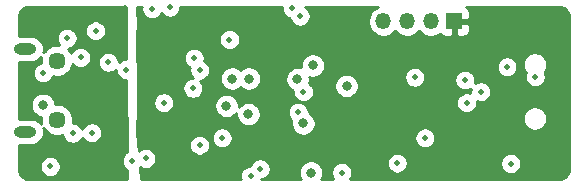
<source format=gbr>
%TF.GenerationSoftware,KiCad,Pcbnew,(5.1.8-0-10_14)*%
%TF.CreationDate,2021-04-16T18:19:52+02:00*%
%TF.ProjectId,SimpleCANAdapter,53696d70-6c65-4434-914e-416461707465,rev?*%
%TF.SameCoordinates,Original*%
%TF.FileFunction,Copper,L3,Inr*%
%TF.FilePolarity,Positive*%
%FSLAX46Y46*%
G04 Gerber Fmt 4.6, Leading zero omitted, Abs format (unit mm)*
G04 Created by KiCad (PCBNEW (5.1.8-0-10_14)) date 2021-04-16 18:19:52*
%MOMM*%
%LPD*%
G01*
G04 APERTURE LIST*
%TA.AperFunction,ComponentPad*%
%ADD10C,1.450000*%
%TD*%
%TA.AperFunction,ComponentPad*%
%ADD11O,1.900000X0.950000*%
%TD*%
%TA.AperFunction,ComponentPad*%
%ADD12R,1.350000X1.350000*%
%TD*%
%TA.AperFunction,ComponentPad*%
%ADD13O,1.350000X1.350000*%
%TD*%
%TA.AperFunction,ViaPad*%
%ADD14C,0.500000*%
%TD*%
%TA.AperFunction,ViaPad*%
%ADD15C,0.800000*%
%TD*%
%TA.AperFunction,Conductor*%
%ADD16C,0.254000*%
%TD*%
%TA.AperFunction,Conductor*%
%ADD17C,0.100000*%
%TD*%
G04 APERTURE END LIST*
D10*
%TO.N,N/C*%
%TO.C,J2*%
X71750000Y-86300000D03*
X71750000Y-91300000D03*
D11*
X69050000Y-85300000D03*
X69050000Y-92300000D03*
%TD*%
D12*
%TO.N,+3V3*%
%TO.C,J3*%
X105390000Y-82960000D03*
D13*
%TO.N,SWDIO*%
X103390000Y-82960000D03*
%TO.N,SWCLK*%
X101390000Y-82960000D03*
%TO.N,GNDREF*%
X99390000Y-82960000D03*
%TD*%
D14*
%TO.N,GNDREF*%
X110150000Y-95000000D03*
X95840000Y-95760000D03*
X72600000Y-84400000D03*
X112240000Y-87640000D03*
X73080000Y-92450000D03*
X74680000Y-92390000D03*
X73740000Y-86020000D03*
X76080000Y-86440000D03*
X79780000Y-81890000D03*
X75010002Y-83760000D03*
X88960000Y-95430000D03*
X86350000Y-84500000D03*
X102900000Y-92820000D03*
X78110000Y-94750000D03*
X79250000Y-94570000D03*
X106270000Y-87929996D03*
X71170000Y-95250000D03*
X102030000Y-87710000D03*
X91650000Y-81860000D03*
X92335991Y-82535991D03*
X100560000Y-94970000D03*
D15*
X86570000Y-87800000D03*
X86090000Y-90110000D03*
X87960000Y-90820000D03*
D14*
X83814990Y-93445000D03*
D15*
X87990000Y-87800000D03*
D14*
X81290000Y-81770000D03*
X88133616Y-96050740D03*
X109850000Y-86800000D03*
D15*
X70560000Y-90040000D03*
%TO.N,+3V3*%
X82160000Y-92500000D03*
D14*
X87600000Y-82550000D03*
X113950000Y-95850000D03*
D15*
X82070000Y-91380000D03*
D14*
X110740000Y-85140000D03*
X99277993Y-95802007D03*
X81320000Y-93750000D03*
X80999992Y-95660008D03*
X102110000Y-86150000D03*
D15*
X87070000Y-85690000D03*
X88550000Y-85750000D03*
X87110000Y-92620000D03*
X88610000Y-92800000D03*
X80660000Y-87000000D03*
D14*
%TO.N,+5V*%
X73890000Y-94140000D03*
X75590000Y-94190000D03*
X77290000Y-94180000D03*
X74110000Y-81950000D03*
X76330000Y-81880000D03*
X77090000Y-88480000D03*
X77480000Y-81830000D03*
D15*
%TO.N,BLUE_LED*%
X93250000Y-95762000D03*
X92100000Y-87860000D03*
D14*
%TO.N,Net-(F1-Pad2)*%
X70570000Y-87320000D03*
%TO.N,CAN_H*%
X106420000Y-89860000D03*
%TO.N,CAN_L*%
X107620000Y-88904990D03*
D15*
%TO.N,CAN_TX*%
X93403692Y-86697842D03*
%TO.N,CAN_RX*%
X96270000Y-88430000D03*
D14*
%TO.N,USART_RX*%
X83360000Y-86080000D03*
D15*
X92599990Y-91594620D03*
D14*
X85730000Y-92810000D03*
%TO.N,Net-(U4-Pad3)*%
X83826063Y-87093939D03*
X77610000Y-87040000D03*
%TO.N,Net-(U4-Pad4)*%
X83250000Y-88640000D03*
X80780000Y-89840000D03*
%TO.N,PIN3*%
X92160000Y-90640000D03*
X92615000Y-88915000D03*
%TD*%
D16*
%TO.N,+3V3*%
X78895000Y-81802835D02*
X78895000Y-81977165D01*
X78929010Y-82148145D01*
X78995723Y-82309205D01*
X79092576Y-82454155D01*
X79215845Y-82577424D01*
X79360795Y-82674277D01*
X79521855Y-82740990D01*
X79692835Y-82775000D01*
X79867165Y-82775000D01*
X80038145Y-82740990D01*
X80199205Y-82674277D01*
X80344155Y-82577424D01*
X80467424Y-82454155D01*
X80564277Y-82309205D01*
X80572554Y-82289224D01*
X80602576Y-82334155D01*
X80725845Y-82457424D01*
X80870795Y-82554277D01*
X81031855Y-82620990D01*
X81202835Y-82655000D01*
X81377165Y-82655000D01*
X81548145Y-82620990D01*
X81709205Y-82554277D01*
X81854155Y-82457424D01*
X81977424Y-82334155D01*
X82074277Y-82189205D01*
X82140990Y-82028145D01*
X82175000Y-81857165D01*
X82175000Y-81736000D01*
X90772327Y-81736000D01*
X90765000Y-81772835D01*
X90765000Y-81947165D01*
X90799010Y-82118145D01*
X90865723Y-82279205D01*
X90962576Y-82424155D01*
X91085845Y-82547424D01*
X91230795Y-82644277D01*
X91391855Y-82710990D01*
X91471618Y-82726856D01*
X91485001Y-82794136D01*
X91551714Y-82955196D01*
X91648567Y-83100146D01*
X91771836Y-83223415D01*
X91916786Y-83320268D01*
X92077846Y-83386981D01*
X92248826Y-83420991D01*
X92423156Y-83420991D01*
X92594136Y-83386981D01*
X92755196Y-83320268D01*
X92900146Y-83223415D01*
X93023415Y-83100146D01*
X93120268Y-82955196D01*
X93186981Y-82794136D01*
X93220991Y-82623156D01*
X93220991Y-82448826D01*
X93186981Y-82277846D01*
X93120268Y-82116786D01*
X93023415Y-81971836D01*
X92900146Y-81848567D01*
X92755196Y-81751714D01*
X92717259Y-81736000D01*
X98921801Y-81736000D01*
X98769482Y-81799093D01*
X98554923Y-81942456D01*
X98372456Y-82124923D01*
X98229093Y-82339482D01*
X98130342Y-82577887D01*
X98080000Y-82830976D01*
X98080000Y-83089024D01*
X98130342Y-83342113D01*
X98229093Y-83580518D01*
X98372456Y-83795077D01*
X98554923Y-83977544D01*
X98769482Y-84120907D01*
X99007887Y-84219658D01*
X99260976Y-84270000D01*
X99519024Y-84270000D01*
X99772113Y-84219658D01*
X100010518Y-84120907D01*
X100225077Y-83977544D01*
X100390000Y-83812621D01*
X100554923Y-83977544D01*
X100769482Y-84120907D01*
X101007887Y-84219658D01*
X101260976Y-84270000D01*
X101519024Y-84270000D01*
X101772113Y-84219658D01*
X102010518Y-84120907D01*
X102225077Y-83977544D01*
X102390000Y-83812621D01*
X102554923Y-83977544D01*
X102769482Y-84120907D01*
X103007887Y-84219658D01*
X103260976Y-84270000D01*
X103519024Y-84270000D01*
X103772113Y-84219658D01*
X104010518Y-84120907D01*
X104192513Y-83999303D01*
X104263815Y-84086185D01*
X104360506Y-84165537D01*
X104470820Y-84224502D01*
X104590518Y-84260812D01*
X104715000Y-84273072D01*
X105104250Y-84270000D01*
X105263000Y-84111250D01*
X105263000Y-83087000D01*
X105517000Y-83087000D01*
X105517000Y-84111250D01*
X105675750Y-84270000D01*
X106065000Y-84273072D01*
X106189482Y-84260812D01*
X106309180Y-84224502D01*
X106419494Y-84165537D01*
X106516185Y-84086185D01*
X106595537Y-83989494D01*
X106654502Y-83879180D01*
X106690812Y-83759482D01*
X106703072Y-83635000D01*
X106700000Y-83245750D01*
X106541250Y-83087000D01*
X105517000Y-83087000D01*
X105263000Y-83087000D01*
X105243000Y-83087000D01*
X105243000Y-82833000D01*
X105263000Y-82833000D01*
X105263000Y-82813000D01*
X105517000Y-82813000D01*
X105517000Y-82833000D01*
X106541250Y-82833000D01*
X106700000Y-82674250D01*
X106703072Y-82285000D01*
X106690812Y-82160518D01*
X106654502Y-82040820D01*
X106595537Y-81930506D01*
X106516185Y-81833815D01*
X106419494Y-81754463D01*
X106384953Y-81736000D01*
X114265271Y-81736000D01*
X114452785Y-81754386D01*
X114599748Y-81798757D01*
X114735297Y-81870829D01*
X114854258Y-81967852D01*
X114952118Y-82086144D01*
X115025132Y-82221181D01*
X115070529Y-82367833D01*
X115090001Y-82553101D01*
X115090000Y-95491270D01*
X115071614Y-95678783D01*
X115027243Y-95825747D01*
X114955171Y-95961296D01*
X114858148Y-96080257D01*
X114739856Y-96178117D01*
X114604819Y-96251131D01*
X114458167Y-96296528D01*
X114272908Y-96315999D01*
X96532874Y-96315999D01*
X96624277Y-96179205D01*
X96690990Y-96018145D01*
X96725000Y-95847165D01*
X96725000Y-95672835D01*
X96690990Y-95501855D01*
X96624277Y-95340795D01*
X96527424Y-95195845D01*
X96404155Y-95072576D01*
X96259205Y-94975723D01*
X96098145Y-94909010D01*
X95966555Y-94882835D01*
X99675000Y-94882835D01*
X99675000Y-95057165D01*
X99709010Y-95228145D01*
X99775723Y-95389205D01*
X99872576Y-95534155D01*
X99995845Y-95657424D01*
X100140795Y-95754277D01*
X100301855Y-95820990D01*
X100472835Y-95855000D01*
X100647165Y-95855000D01*
X100818145Y-95820990D01*
X100979205Y-95754277D01*
X101124155Y-95657424D01*
X101247424Y-95534155D01*
X101344277Y-95389205D01*
X101410990Y-95228145D01*
X101445000Y-95057165D01*
X101445000Y-94912835D01*
X109265000Y-94912835D01*
X109265000Y-95087165D01*
X109299010Y-95258145D01*
X109365723Y-95419205D01*
X109462576Y-95564155D01*
X109585845Y-95687424D01*
X109730795Y-95784277D01*
X109891855Y-95850990D01*
X110062835Y-95885000D01*
X110237165Y-95885000D01*
X110408145Y-95850990D01*
X110569205Y-95784277D01*
X110714155Y-95687424D01*
X110837424Y-95564155D01*
X110934277Y-95419205D01*
X111000990Y-95258145D01*
X111035000Y-95087165D01*
X111035000Y-94912835D01*
X111000990Y-94741855D01*
X110934277Y-94580795D01*
X110837424Y-94435845D01*
X110714155Y-94312576D01*
X110569205Y-94215723D01*
X110408145Y-94149010D01*
X110237165Y-94115000D01*
X110062835Y-94115000D01*
X109891855Y-94149010D01*
X109730795Y-94215723D01*
X109585845Y-94312576D01*
X109462576Y-94435845D01*
X109365723Y-94580795D01*
X109299010Y-94741855D01*
X109265000Y-94912835D01*
X101445000Y-94912835D01*
X101445000Y-94882835D01*
X101410990Y-94711855D01*
X101344277Y-94550795D01*
X101247424Y-94405845D01*
X101124155Y-94282576D01*
X100979205Y-94185723D01*
X100818145Y-94119010D01*
X100647165Y-94085000D01*
X100472835Y-94085000D01*
X100301855Y-94119010D01*
X100140795Y-94185723D01*
X99995845Y-94282576D01*
X99872576Y-94405845D01*
X99775723Y-94550795D01*
X99709010Y-94711855D01*
X99675000Y-94882835D01*
X95966555Y-94882835D01*
X95927165Y-94875000D01*
X95752835Y-94875000D01*
X95581855Y-94909010D01*
X95420795Y-94975723D01*
X95275845Y-95072576D01*
X95152576Y-95195845D01*
X95055723Y-95340795D01*
X94989010Y-95501855D01*
X94955000Y-95672835D01*
X94955000Y-95847165D01*
X94989010Y-96018145D01*
X95055723Y-96179205D01*
X95147126Y-96315999D01*
X94124613Y-96315999D01*
X94167205Y-96252256D01*
X94245226Y-96063898D01*
X94285000Y-95863939D01*
X94285000Y-95660061D01*
X94245226Y-95460102D01*
X94167205Y-95271744D01*
X94053937Y-95102226D01*
X93909774Y-94958063D01*
X93740256Y-94844795D01*
X93551898Y-94766774D01*
X93351939Y-94727000D01*
X93148061Y-94727000D01*
X92948102Y-94766774D01*
X92759744Y-94844795D01*
X92590226Y-94958063D01*
X92446063Y-95102226D01*
X92332795Y-95271744D01*
X92254774Y-95460102D01*
X92215000Y-95660061D01*
X92215000Y-95863939D01*
X92254774Y-96063898D01*
X92332795Y-96252256D01*
X92375387Y-96315999D01*
X88981659Y-96315999D01*
X88982073Y-96315000D01*
X89047165Y-96315000D01*
X89218145Y-96280990D01*
X89379205Y-96214277D01*
X89524155Y-96117424D01*
X89647424Y-95994155D01*
X89744277Y-95849205D01*
X89810990Y-95688145D01*
X89845000Y-95517165D01*
X89845000Y-95342835D01*
X89810990Y-95171855D01*
X89744277Y-95010795D01*
X89647424Y-94865845D01*
X89524155Y-94742576D01*
X89379205Y-94645723D01*
X89218145Y-94579010D01*
X89047165Y-94545000D01*
X88872835Y-94545000D01*
X88701855Y-94579010D01*
X88540795Y-94645723D01*
X88395845Y-94742576D01*
X88272576Y-94865845D01*
X88175723Y-95010795D01*
X88111543Y-95165740D01*
X88046451Y-95165740D01*
X87875471Y-95199750D01*
X87714411Y-95266463D01*
X87569461Y-95363316D01*
X87446192Y-95486585D01*
X87349339Y-95631535D01*
X87282626Y-95792595D01*
X87248616Y-95963575D01*
X87248616Y-96137905D01*
X87282626Y-96308885D01*
X87285573Y-96315999D01*
X78864319Y-96315999D01*
X78778438Y-95333141D01*
X78786739Y-95324840D01*
X78830795Y-95354277D01*
X78991855Y-95420990D01*
X79162835Y-95455000D01*
X79337165Y-95455000D01*
X79508145Y-95420990D01*
X79669205Y-95354277D01*
X79814155Y-95257424D01*
X79937424Y-95134155D01*
X80034277Y-94989205D01*
X80100990Y-94828145D01*
X80135000Y-94657165D01*
X80135000Y-94482835D01*
X80100990Y-94311855D01*
X80034277Y-94150795D01*
X79937424Y-94005845D01*
X79814155Y-93882576D01*
X79669205Y-93785723D01*
X79508145Y-93719010D01*
X79337165Y-93685000D01*
X79162835Y-93685000D01*
X78991855Y-93719010D01*
X78830795Y-93785723D01*
X78685845Y-93882576D01*
X78654434Y-93913987D01*
X78605839Y-93357835D01*
X82929990Y-93357835D01*
X82929990Y-93532165D01*
X82964000Y-93703145D01*
X83030713Y-93864205D01*
X83127566Y-94009155D01*
X83250835Y-94132424D01*
X83395785Y-94229277D01*
X83556845Y-94295990D01*
X83727825Y-94330000D01*
X83902155Y-94330000D01*
X84073135Y-94295990D01*
X84234195Y-94229277D01*
X84379145Y-94132424D01*
X84502414Y-94009155D01*
X84599267Y-93864205D01*
X84665980Y-93703145D01*
X84699990Y-93532165D01*
X84699990Y-93357835D01*
X84665980Y-93186855D01*
X84599267Y-93025795D01*
X84502414Y-92880845D01*
X84379145Y-92757576D01*
X84327152Y-92722835D01*
X84845000Y-92722835D01*
X84845000Y-92897165D01*
X84879010Y-93068145D01*
X84945723Y-93229205D01*
X85042576Y-93374155D01*
X85165845Y-93497424D01*
X85310795Y-93594277D01*
X85471855Y-93660990D01*
X85642835Y-93695000D01*
X85817165Y-93695000D01*
X85988145Y-93660990D01*
X86149205Y-93594277D01*
X86294155Y-93497424D01*
X86417424Y-93374155D01*
X86514277Y-93229205D01*
X86580990Y-93068145D01*
X86615000Y-92897165D01*
X86615000Y-92732835D01*
X102015000Y-92732835D01*
X102015000Y-92907165D01*
X102049010Y-93078145D01*
X102115723Y-93239205D01*
X102212576Y-93384155D01*
X102335845Y-93507424D01*
X102480795Y-93604277D01*
X102641855Y-93670990D01*
X102812835Y-93705000D01*
X102987165Y-93705000D01*
X103158145Y-93670990D01*
X103319205Y-93604277D01*
X103464155Y-93507424D01*
X103587424Y-93384155D01*
X103684277Y-93239205D01*
X103750990Y-93078145D01*
X103785000Y-92907165D01*
X103785000Y-92732835D01*
X103750990Y-92561855D01*
X103684277Y-92400795D01*
X103587424Y-92255845D01*
X103464155Y-92132576D01*
X103319205Y-92035723D01*
X103158145Y-91969010D01*
X102987165Y-91935000D01*
X102812835Y-91935000D01*
X102641855Y-91969010D01*
X102480795Y-92035723D01*
X102335845Y-92132576D01*
X102212576Y-92255845D01*
X102115723Y-92400795D01*
X102049010Y-92561855D01*
X102015000Y-92732835D01*
X86615000Y-92732835D01*
X86615000Y-92722835D01*
X86580990Y-92551855D01*
X86514277Y-92390795D01*
X86417424Y-92245845D01*
X86294155Y-92122576D01*
X86149205Y-92025723D01*
X85988145Y-91959010D01*
X85817165Y-91925000D01*
X85642835Y-91925000D01*
X85471855Y-91959010D01*
X85310795Y-92025723D01*
X85165845Y-92122576D01*
X85042576Y-92245845D01*
X84945723Y-92390795D01*
X84879010Y-92551855D01*
X84845000Y-92722835D01*
X84327152Y-92722835D01*
X84234195Y-92660723D01*
X84073135Y-92594010D01*
X83902155Y-92560000D01*
X83727825Y-92560000D01*
X83556845Y-92594010D01*
X83395785Y-92660723D01*
X83250835Y-92757576D01*
X83127566Y-92880845D01*
X83030713Y-93025795D01*
X82964000Y-93186855D01*
X82929990Y-93357835D01*
X78605839Y-93357835D01*
X78506343Y-92219162D01*
X78517333Y-92198601D01*
X78524560Y-92174776D01*
X78526808Y-92156981D01*
X78618644Y-90488690D01*
X78618820Y-90479709D01*
X78607374Y-89752835D01*
X79895000Y-89752835D01*
X79895000Y-89927165D01*
X79929010Y-90098145D01*
X79995723Y-90259205D01*
X80092576Y-90404155D01*
X80215845Y-90527424D01*
X80360795Y-90624277D01*
X80521855Y-90690990D01*
X80692835Y-90725000D01*
X80867165Y-90725000D01*
X81038145Y-90690990D01*
X81199205Y-90624277D01*
X81344155Y-90527424D01*
X81467424Y-90404155D01*
X81564277Y-90259205D01*
X81630990Y-90098145D01*
X81648908Y-90008061D01*
X85055000Y-90008061D01*
X85055000Y-90211939D01*
X85094774Y-90411898D01*
X85172795Y-90600256D01*
X85286063Y-90769774D01*
X85430226Y-90913937D01*
X85599744Y-91027205D01*
X85788102Y-91105226D01*
X85988061Y-91145000D01*
X86191939Y-91145000D01*
X86391898Y-91105226D01*
X86580256Y-91027205D01*
X86749774Y-90913937D01*
X86893937Y-90769774D01*
X86925000Y-90723285D01*
X86925000Y-90921939D01*
X86964774Y-91121898D01*
X87042795Y-91310256D01*
X87156063Y-91479774D01*
X87300226Y-91623937D01*
X87469744Y-91737205D01*
X87658102Y-91815226D01*
X87858061Y-91855000D01*
X88061939Y-91855000D01*
X88261898Y-91815226D01*
X88450256Y-91737205D01*
X88619774Y-91623937D01*
X88763937Y-91479774D01*
X88877205Y-91310256D01*
X88955226Y-91121898D01*
X88995000Y-90921939D01*
X88995000Y-90718061D01*
X88962135Y-90552835D01*
X91275000Y-90552835D01*
X91275000Y-90727165D01*
X91309010Y-90898145D01*
X91375723Y-91059205D01*
X91472576Y-91204155D01*
X91595845Y-91327424D01*
X91597625Y-91328613D01*
X91564990Y-91492681D01*
X91564990Y-91696559D01*
X91604764Y-91896518D01*
X91682785Y-92084876D01*
X91796053Y-92254394D01*
X91940216Y-92398557D01*
X92109734Y-92511825D01*
X92298092Y-92589846D01*
X92498051Y-92629620D01*
X92701929Y-92629620D01*
X92901888Y-92589846D01*
X93090246Y-92511825D01*
X93259764Y-92398557D01*
X93403927Y-92254394D01*
X93517195Y-92084876D01*
X93595216Y-91896518D01*
X93634990Y-91696559D01*
X93634990Y-91492681D01*
X93595216Y-91292722D01*
X93517195Y-91104364D01*
X93512984Y-91098061D01*
X111165000Y-91098061D01*
X111165000Y-91301939D01*
X111204774Y-91501898D01*
X111282795Y-91690256D01*
X111396063Y-91859774D01*
X111540226Y-92003937D01*
X111709744Y-92117205D01*
X111898102Y-92195226D01*
X112098061Y-92235000D01*
X112301939Y-92235000D01*
X112501898Y-92195226D01*
X112690256Y-92117205D01*
X112859774Y-92003937D01*
X113003937Y-91859774D01*
X113117205Y-91690256D01*
X113195226Y-91501898D01*
X113235000Y-91301939D01*
X113235000Y-91098061D01*
X113195226Y-90898102D01*
X113117205Y-90709744D01*
X113003937Y-90540226D01*
X112859774Y-90396063D01*
X112690256Y-90282795D01*
X112501898Y-90204774D01*
X112301939Y-90165000D01*
X112098061Y-90165000D01*
X111898102Y-90204774D01*
X111709744Y-90282795D01*
X111540226Y-90396063D01*
X111396063Y-90540226D01*
X111282795Y-90709744D01*
X111204774Y-90898102D01*
X111165000Y-91098061D01*
X93512984Y-91098061D01*
X93403927Y-90934846D01*
X93259764Y-90790683D01*
X93090246Y-90677415D01*
X93045000Y-90658673D01*
X93045000Y-90552835D01*
X93010990Y-90381855D01*
X92944277Y-90220795D01*
X92847424Y-90075845D01*
X92724155Y-89952576D01*
X92579205Y-89855723D01*
X92418145Y-89789010D01*
X92247165Y-89755000D01*
X92072835Y-89755000D01*
X91901855Y-89789010D01*
X91740795Y-89855723D01*
X91595845Y-89952576D01*
X91472576Y-90075845D01*
X91375723Y-90220795D01*
X91309010Y-90381855D01*
X91275000Y-90552835D01*
X88962135Y-90552835D01*
X88955226Y-90518102D01*
X88877205Y-90329744D01*
X88763937Y-90160226D01*
X88619774Y-90016063D01*
X88450256Y-89902795D01*
X88261898Y-89824774D01*
X88061939Y-89785000D01*
X87858061Y-89785000D01*
X87658102Y-89824774D01*
X87469744Y-89902795D01*
X87300226Y-90016063D01*
X87156063Y-90160226D01*
X87125000Y-90206715D01*
X87125000Y-90008061D01*
X87085226Y-89808102D01*
X87007205Y-89619744D01*
X86893937Y-89450226D01*
X86749774Y-89306063D01*
X86580256Y-89192795D01*
X86391898Y-89114774D01*
X86191939Y-89075000D01*
X85988061Y-89075000D01*
X85788102Y-89114774D01*
X85599744Y-89192795D01*
X85430226Y-89306063D01*
X85286063Y-89450226D01*
X85172795Y-89619744D01*
X85094774Y-89808102D01*
X85055000Y-90008061D01*
X81648908Y-90008061D01*
X81665000Y-89927165D01*
X81665000Y-89752835D01*
X81630990Y-89581855D01*
X81564277Y-89420795D01*
X81467424Y-89275845D01*
X81344155Y-89152576D01*
X81199205Y-89055723D01*
X81038145Y-88989010D01*
X80867165Y-88955000D01*
X80692835Y-88955000D01*
X80521855Y-88989010D01*
X80360795Y-89055723D01*
X80215845Y-89152576D01*
X80092576Y-89275845D01*
X79995723Y-89420795D01*
X79929010Y-89581855D01*
X79895000Y-89752835D01*
X78607374Y-89752835D01*
X78588477Y-88552835D01*
X82365000Y-88552835D01*
X82365000Y-88727165D01*
X82399010Y-88898145D01*
X82465723Y-89059205D01*
X82562576Y-89204155D01*
X82685845Y-89327424D01*
X82830795Y-89424277D01*
X82991855Y-89490990D01*
X83162835Y-89525000D01*
X83337165Y-89525000D01*
X83508145Y-89490990D01*
X83669205Y-89424277D01*
X83814155Y-89327424D01*
X83937424Y-89204155D01*
X84034277Y-89059205D01*
X84100990Y-88898145D01*
X84135000Y-88727165D01*
X84135000Y-88552835D01*
X84100990Y-88381855D01*
X84034277Y-88220795D01*
X83937424Y-88075845D01*
X83840518Y-87978939D01*
X83913228Y-87978939D01*
X84084208Y-87944929D01*
X84245268Y-87878216D01*
X84390218Y-87781363D01*
X84473520Y-87698061D01*
X85535000Y-87698061D01*
X85535000Y-87901939D01*
X85574774Y-88101898D01*
X85652795Y-88290256D01*
X85766063Y-88459774D01*
X85910226Y-88603937D01*
X86079744Y-88717205D01*
X86268102Y-88795226D01*
X86468061Y-88835000D01*
X86671939Y-88835000D01*
X86871898Y-88795226D01*
X87060256Y-88717205D01*
X87229774Y-88603937D01*
X87280000Y-88553711D01*
X87330226Y-88603937D01*
X87499744Y-88717205D01*
X87688102Y-88795226D01*
X87888061Y-88835000D01*
X88091939Y-88835000D01*
X88291898Y-88795226D01*
X88480256Y-88717205D01*
X88649774Y-88603937D01*
X88793937Y-88459774D01*
X88907205Y-88290256D01*
X88985226Y-88101898D01*
X89025000Y-87901939D01*
X89025000Y-87758061D01*
X91065000Y-87758061D01*
X91065000Y-87961939D01*
X91104774Y-88161898D01*
X91182795Y-88350256D01*
X91296063Y-88519774D01*
X91440226Y-88663937D01*
X91609744Y-88777205D01*
X91730150Y-88827079D01*
X91730000Y-88827835D01*
X91730000Y-89002165D01*
X91764010Y-89173145D01*
X91830723Y-89334205D01*
X91927576Y-89479155D01*
X92050845Y-89602424D01*
X92195795Y-89699277D01*
X92356855Y-89765990D01*
X92527835Y-89800000D01*
X92702165Y-89800000D01*
X92873145Y-89765990D01*
X93034205Y-89699277D01*
X93179155Y-89602424D01*
X93302424Y-89479155D01*
X93399277Y-89334205D01*
X93465990Y-89173145D01*
X93500000Y-89002165D01*
X93500000Y-88827835D01*
X93465990Y-88656855D01*
X93399277Y-88495795D01*
X93302424Y-88350845D01*
X93279640Y-88328061D01*
X95235000Y-88328061D01*
X95235000Y-88531939D01*
X95274774Y-88731898D01*
X95352795Y-88920256D01*
X95466063Y-89089774D01*
X95610226Y-89233937D01*
X95779744Y-89347205D01*
X95968102Y-89425226D01*
X96168061Y-89465000D01*
X96371939Y-89465000D01*
X96571898Y-89425226D01*
X96760256Y-89347205D01*
X96929774Y-89233937D01*
X97073937Y-89089774D01*
X97187205Y-88920256D01*
X97265226Y-88731898D01*
X97305000Y-88531939D01*
X97305000Y-88328061D01*
X97265226Y-88128102D01*
X97187205Y-87939744D01*
X97073937Y-87770226D01*
X96929774Y-87626063D01*
X96924943Y-87622835D01*
X101145000Y-87622835D01*
X101145000Y-87797165D01*
X101179010Y-87968145D01*
X101245723Y-88129205D01*
X101342576Y-88274155D01*
X101465845Y-88397424D01*
X101610795Y-88494277D01*
X101771855Y-88560990D01*
X101942835Y-88595000D01*
X102117165Y-88595000D01*
X102288145Y-88560990D01*
X102449205Y-88494277D01*
X102594155Y-88397424D01*
X102717424Y-88274155D01*
X102814277Y-88129205D01*
X102880990Y-87968145D01*
X102905916Y-87842831D01*
X105385000Y-87842831D01*
X105385000Y-88017161D01*
X105419010Y-88188141D01*
X105485723Y-88349201D01*
X105582576Y-88494151D01*
X105705845Y-88617420D01*
X105850795Y-88714273D01*
X106011855Y-88780986D01*
X106182835Y-88814996D01*
X106357165Y-88814996D01*
X106528145Y-88780986D01*
X106689205Y-88714273D01*
X106765775Y-88663111D01*
X106735000Y-88817825D01*
X106735000Y-88992155D01*
X106743759Y-89036188D01*
X106678145Y-89009010D01*
X106507165Y-88975000D01*
X106332835Y-88975000D01*
X106161855Y-89009010D01*
X106000795Y-89075723D01*
X105855845Y-89172576D01*
X105732576Y-89295845D01*
X105635723Y-89440795D01*
X105569010Y-89601855D01*
X105535000Y-89772835D01*
X105535000Y-89947165D01*
X105569010Y-90118145D01*
X105635723Y-90279205D01*
X105732576Y-90424155D01*
X105855845Y-90547424D01*
X106000795Y-90644277D01*
X106161855Y-90710990D01*
X106332835Y-90745000D01*
X106507165Y-90745000D01*
X106678145Y-90710990D01*
X106839205Y-90644277D01*
X106984155Y-90547424D01*
X107107424Y-90424155D01*
X107204277Y-90279205D01*
X107270990Y-90118145D01*
X107305000Y-89947165D01*
X107305000Y-89772835D01*
X107296241Y-89728802D01*
X107361855Y-89755980D01*
X107532835Y-89789990D01*
X107707165Y-89789990D01*
X107878145Y-89755980D01*
X108039205Y-89689267D01*
X108184155Y-89592414D01*
X108307424Y-89469145D01*
X108404277Y-89324195D01*
X108470990Y-89163135D01*
X108505000Y-88992155D01*
X108505000Y-88817825D01*
X108470990Y-88646845D01*
X108404277Y-88485785D01*
X108307424Y-88340835D01*
X108184155Y-88217566D01*
X108039205Y-88120713D01*
X107878145Y-88054000D01*
X107707165Y-88019990D01*
X107532835Y-88019990D01*
X107361855Y-88054000D01*
X107200795Y-88120713D01*
X107124225Y-88171875D01*
X107155000Y-88017161D01*
X107155000Y-87842831D01*
X107120990Y-87671851D01*
X107054277Y-87510791D01*
X106957424Y-87365841D01*
X106834155Y-87242572D01*
X106689205Y-87145719D01*
X106528145Y-87079006D01*
X106357165Y-87044996D01*
X106182835Y-87044996D01*
X106011855Y-87079006D01*
X105850795Y-87145719D01*
X105705845Y-87242572D01*
X105582576Y-87365841D01*
X105485723Y-87510791D01*
X105419010Y-87671851D01*
X105385000Y-87842831D01*
X102905916Y-87842831D01*
X102915000Y-87797165D01*
X102915000Y-87622835D01*
X102880990Y-87451855D01*
X102814277Y-87290795D01*
X102717424Y-87145845D01*
X102594155Y-87022576D01*
X102449205Y-86925723D01*
X102288145Y-86859010D01*
X102117165Y-86825000D01*
X101942835Y-86825000D01*
X101771855Y-86859010D01*
X101610795Y-86925723D01*
X101465845Y-87022576D01*
X101342576Y-87145845D01*
X101245723Y-87290795D01*
X101179010Y-87451855D01*
X101145000Y-87622835D01*
X96924943Y-87622835D01*
X96760256Y-87512795D01*
X96571898Y-87434774D01*
X96371939Y-87395000D01*
X96168061Y-87395000D01*
X95968102Y-87434774D01*
X95779744Y-87512795D01*
X95610226Y-87626063D01*
X95466063Y-87770226D01*
X95352795Y-87939744D01*
X95274774Y-88128102D01*
X95235000Y-88328061D01*
X93279640Y-88328061D01*
X93179155Y-88227576D01*
X93092112Y-88169416D01*
X93095226Y-88161898D01*
X93135000Y-87961939D01*
X93135000Y-87758061D01*
X93122908Y-87697268D01*
X93301753Y-87732842D01*
X93505631Y-87732842D01*
X93705590Y-87693068D01*
X93893948Y-87615047D01*
X94063466Y-87501779D01*
X94207629Y-87357616D01*
X94320897Y-87188098D01*
X94398918Y-86999740D01*
X94438692Y-86799781D01*
X94438692Y-86712835D01*
X108965000Y-86712835D01*
X108965000Y-86887165D01*
X108999010Y-87058145D01*
X109065723Y-87219205D01*
X109162576Y-87364155D01*
X109285845Y-87487424D01*
X109430795Y-87584277D01*
X109591855Y-87650990D01*
X109762835Y-87685000D01*
X109937165Y-87685000D01*
X110108145Y-87650990D01*
X110269205Y-87584277D01*
X110414155Y-87487424D01*
X110537424Y-87364155D01*
X110634277Y-87219205D01*
X110700990Y-87058145D01*
X110735000Y-86887165D01*
X110735000Y-86712835D01*
X110700990Y-86541855D01*
X110682850Y-86498061D01*
X111165000Y-86498061D01*
X111165000Y-86701939D01*
X111204774Y-86901898D01*
X111282795Y-87090256D01*
X111396063Y-87259774D01*
X111426832Y-87290543D01*
X111389010Y-87381855D01*
X111355000Y-87552835D01*
X111355000Y-87727165D01*
X111389010Y-87898145D01*
X111455723Y-88059205D01*
X111552576Y-88204155D01*
X111675845Y-88327424D01*
X111820795Y-88424277D01*
X111981855Y-88490990D01*
X112152835Y-88525000D01*
X112327165Y-88525000D01*
X112498145Y-88490990D01*
X112659205Y-88424277D01*
X112804155Y-88327424D01*
X112927424Y-88204155D01*
X113024277Y-88059205D01*
X113090990Y-87898145D01*
X113125000Y-87727165D01*
X113125000Y-87552835D01*
X113090990Y-87381855D01*
X113026460Y-87226066D01*
X113117205Y-87090256D01*
X113195226Y-86901898D01*
X113235000Y-86701939D01*
X113235000Y-86498061D01*
X113195226Y-86298102D01*
X113117205Y-86109744D01*
X113003937Y-85940226D01*
X112859774Y-85796063D01*
X112690256Y-85682795D01*
X112501898Y-85604774D01*
X112301939Y-85565000D01*
X112098061Y-85565000D01*
X111898102Y-85604774D01*
X111709744Y-85682795D01*
X111540226Y-85796063D01*
X111396063Y-85940226D01*
X111282795Y-86109744D01*
X111204774Y-86298102D01*
X111165000Y-86498061D01*
X110682850Y-86498061D01*
X110634277Y-86380795D01*
X110537424Y-86235845D01*
X110414155Y-86112576D01*
X110269205Y-86015723D01*
X110108145Y-85949010D01*
X109937165Y-85915000D01*
X109762835Y-85915000D01*
X109591855Y-85949010D01*
X109430795Y-86015723D01*
X109285845Y-86112576D01*
X109162576Y-86235845D01*
X109065723Y-86380795D01*
X108999010Y-86541855D01*
X108965000Y-86712835D01*
X94438692Y-86712835D01*
X94438692Y-86595903D01*
X94398918Y-86395944D01*
X94320897Y-86207586D01*
X94207629Y-86038068D01*
X94063466Y-85893905D01*
X93893948Y-85780637D01*
X93705590Y-85702616D01*
X93505631Y-85662842D01*
X93301753Y-85662842D01*
X93101794Y-85702616D01*
X92913436Y-85780637D01*
X92743918Y-85893905D01*
X92599755Y-86038068D01*
X92486487Y-86207586D01*
X92408466Y-86395944D01*
X92368692Y-86595903D01*
X92368692Y-86799781D01*
X92380784Y-86860574D01*
X92201939Y-86825000D01*
X91998061Y-86825000D01*
X91798102Y-86864774D01*
X91609744Y-86942795D01*
X91440226Y-87056063D01*
X91296063Y-87200226D01*
X91182795Y-87369744D01*
X91104774Y-87558102D01*
X91065000Y-87758061D01*
X89025000Y-87758061D01*
X89025000Y-87698061D01*
X88985226Y-87498102D01*
X88907205Y-87309744D01*
X88793937Y-87140226D01*
X88649774Y-86996063D01*
X88480256Y-86882795D01*
X88291898Y-86804774D01*
X88091939Y-86765000D01*
X87888061Y-86765000D01*
X87688102Y-86804774D01*
X87499744Y-86882795D01*
X87330226Y-86996063D01*
X87280000Y-87046289D01*
X87229774Y-86996063D01*
X87060256Y-86882795D01*
X86871898Y-86804774D01*
X86671939Y-86765000D01*
X86468061Y-86765000D01*
X86268102Y-86804774D01*
X86079744Y-86882795D01*
X85910226Y-86996063D01*
X85766063Y-87140226D01*
X85652795Y-87309744D01*
X85574774Y-87498102D01*
X85535000Y-87698061D01*
X84473520Y-87698061D01*
X84513487Y-87658094D01*
X84610340Y-87513144D01*
X84677053Y-87352084D01*
X84711063Y-87181104D01*
X84711063Y-87006774D01*
X84677053Y-86835794D01*
X84610340Y-86674734D01*
X84513487Y-86529784D01*
X84390218Y-86406515D01*
X84245268Y-86309662D01*
X84218834Y-86298713D01*
X84245000Y-86167165D01*
X84245000Y-85992835D01*
X84210990Y-85821855D01*
X84144277Y-85660795D01*
X84047424Y-85515845D01*
X83924155Y-85392576D01*
X83779205Y-85295723D01*
X83618145Y-85229010D01*
X83447165Y-85195000D01*
X83272835Y-85195000D01*
X83101855Y-85229010D01*
X82940795Y-85295723D01*
X82795845Y-85392576D01*
X82672576Y-85515845D01*
X82575723Y-85660795D01*
X82509010Y-85821855D01*
X82475000Y-85992835D01*
X82475000Y-86167165D01*
X82509010Y-86338145D01*
X82575723Y-86499205D01*
X82672576Y-86644155D01*
X82795845Y-86767424D01*
X82940795Y-86864277D01*
X82967229Y-86875226D01*
X82941063Y-87006774D01*
X82941063Y-87181104D01*
X82975073Y-87352084D01*
X83041786Y-87513144D01*
X83138639Y-87658094D01*
X83235545Y-87755000D01*
X83162835Y-87755000D01*
X82991855Y-87789010D01*
X82830795Y-87855723D01*
X82685845Y-87952576D01*
X82562576Y-88075845D01*
X82465723Y-88220795D01*
X82399010Y-88381855D01*
X82365000Y-88552835D01*
X78588477Y-88552835D01*
X78523280Y-84412835D01*
X85465000Y-84412835D01*
X85465000Y-84587165D01*
X85499010Y-84758145D01*
X85565723Y-84919205D01*
X85662576Y-85064155D01*
X85785845Y-85187424D01*
X85930795Y-85284277D01*
X86091855Y-85350990D01*
X86262835Y-85385000D01*
X86437165Y-85385000D01*
X86608145Y-85350990D01*
X86769205Y-85284277D01*
X86914155Y-85187424D01*
X87037424Y-85064155D01*
X87134277Y-84919205D01*
X87200990Y-84758145D01*
X87235000Y-84587165D01*
X87235000Y-84412835D01*
X87200990Y-84241855D01*
X87134277Y-84080795D01*
X87037424Y-83935845D01*
X86914155Y-83812576D01*
X86769205Y-83715723D01*
X86608145Y-83649010D01*
X86437165Y-83615000D01*
X86262835Y-83615000D01*
X86091855Y-83649010D01*
X85930795Y-83715723D01*
X85785845Y-83812576D01*
X85662576Y-83935845D01*
X85565723Y-84080795D01*
X85499010Y-84241855D01*
X85465000Y-84412835D01*
X78523280Y-84412835D01*
X78518895Y-84134447D01*
X78568617Y-83289167D01*
X78568832Y-83280664D01*
X78556121Y-81736000D01*
X78908294Y-81736000D01*
X78895000Y-81802835D01*
%TA.AperFunction,Conductor*%
D17*
G36*
X78895000Y-81802835D02*
G01*
X78895000Y-81977165D01*
X78929010Y-82148145D01*
X78995723Y-82309205D01*
X79092576Y-82454155D01*
X79215845Y-82577424D01*
X79360795Y-82674277D01*
X79521855Y-82740990D01*
X79692835Y-82775000D01*
X79867165Y-82775000D01*
X80038145Y-82740990D01*
X80199205Y-82674277D01*
X80344155Y-82577424D01*
X80467424Y-82454155D01*
X80564277Y-82309205D01*
X80572554Y-82289224D01*
X80602576Y-82334155D01*
X80725845Y-82457424D01*
X80870795Y-82554277D01*
X81031855Y-82620990D01*
X81202835Y-82655000D01*
X81377165Y-82655000D01*
X81548145Y-82620990D01*
X81709205Y-82554277D01*
X81854155Y-82457424D01*
X81977424Y-82334155D01*
X82074277Y-82189205D01*
X82140990Y-82028145D01*
X82175000Y-81857165D01*
X82175000Y-81736000D01*
X90772327Y-81736000D01*
X90765000Y-81772835D01*
X90765000Y-81947165D01*
X90799010Y-82118145D01*
X90865723Y-82279205D01*
X90962576Y-82424155D01*
X91085845Y-82547424D01*
X91230795Y-82644277D01*
X91391855Y-82710990D01*
X91471618Y-82726856D01*
X91485001Y-82794136D01*
X91551714Y-82955196D01*
X91648567Y-83100146D01*
X91771836Y-83223415D01*
X91916786Y-83320268D01*
X92077846Y-83386981D01*
X92248826Y-83420991D01*
X92423156Y-83420991D01*
X92594136Y-83386981D01*
X92755196Y-83320268D01*
X92900146Y-83223415D01*
X93023415Y-83100146D01*
X93120268Y-82955196D01*
X93186981Y-82794136D01*
X93220991Y-82623156D01*
X93220991Y-82448826D01*
X93186981Y-82277846D01*
X93120268Y-82116786D01*
X93023415Y-81971836D01*
X92900146Y-81848567D01*
X92755196Y-81751714D01*
X92717259Y-81736000D01*
X98921801Y-81736000D01*
X98769482Y-81799093D01*
X98554923Y-81942456D01*
X98372456Y-82124923D01*
X98229093Y-82339482D01*
X98130342Y-82577887D01*
X98080000Y-82830976D01*
X98080000Y-83089024D01*
X98130342Y-83342113D01*
X98229093Y-83580518D01*
X98372456Y-83795077D01*
X98554923Y-83977544D01*
X98769482Y-84120907D01*
X99007887Y-84219658D01*
X99260976Y-84270000D01*
X99519024Y-84270000D01*
X99772113Y-84219658D01*
X100010518Y-84120907D01*
X100225077Y-83977544D01*
X100390000Y-83812621D01*
X100554923Y-83977544D01*
X100769482Y-84120907D01*
X101007887Y-84219658D01*
X101260976Y-84270000D01*
X101519024Y-84270000D01*
X101772113Y-84219658D01*
X102010518Y-84120907D01*
X102225077Y-83977544D01*
X102390000Y-83812621D01*
X102554923Y-83977544D01*
X102769482Y-84120907D01*
X103007887Y-84219658D01*
X103260976Y-84270000D01*
X103519024Y-84270000D01*
X103772113Y-84219658D01*
X104010518Y-84120907D01*
X104192513Y-83999303D01*
X104263815Y-84086185D01*
X104360506Y-84165537D01*
X104470820Y-84224502D01*
X104590518Y-84260812D01*
X104715000Y-84273072D01*
X105104250Y-84270000D01*
X105263000Y-84111250D01*
X105263000Y-83087000D01*
X105517000Y-83087000D01*
X105517000Y-84111250D01*
X105675750Y-84270000D01*
X106065000Y-84273072D01*
X106189482Y-84260812D01*
X106309180Y-84224502D01*
X106419494Y-84165537D01*
X106516185Y-84086185D01*
X106595537Y-83989494D01*
X106654502Y-83879180D01*
X106690812Y-83759482D01*
X106703072Y-83635000D01*
X106700000Y-83245750D01*
X106541250Y-83087000D01*
X105517000Y-83087000D01*
X105263000Y-83087000D01*
X105243000Y-83087000D01*
X105243000Y-82833000D01*
X105263000Y-82833000D01*
X105263000Y-82813000D01*
X105517000Y-82813000D01*
X105517000Y-82833000D01*
X106541250Y-82833000D01*
X106700000Y-82674250D01*
X106703072Y-82285000D01*
X106690812Y-82160518D01*
X106654502Y-82040820D01*
X106595537Y-81930506D01*
X106516185Y-81833815D01*
X106419494Y-81754463D01*
X106384953Y-81736000D01*
X114265271Y-81736000D01*
X114452785Y-81754386D01*
X114599748Y-81798757D01*
X114735297Y-81870829D01*
X114854258Y-81967852D01*
X114952118Y-82086144D01*
X115025132Y-82221181D01*
X115070529Y-82367833D01*
X115090001Y-82553101D01*
X115090000Y-95491270D01*
X115071614Y-95678783D01*
X115027243Y-95825747D01*
X114955171Y-95961296D01*
X114858148Y-96080257D01*
X114739856Y-96178117D01*
X114604819Y-96251131D01*
X114458167Y-96296528D01*
X114272908Y-96315999D01*
X96532874Y-96315999D01*
X96624277Y-96179205D01*
X96690990Y-96018145D01*
X96725000Y-95847165D01*
X96725000Y-95672835D01*
X96690990Y-95501855D01*
X96624277Y-95340795D01*
X96527424Y-95195845D01*
X96404155Y-95072576D01*
X96259205Y-94975723D01*
X96098145Y-94909010D01*
X95966555Y-94882835D01*
X99675000Y-94882835D01*
X99675000Y-95057165D01*
X99709010Y-95228145D01*
X99775723Y-95389205D01*
X99872576Y-95534155D01*
X99995845Y-95657424D01*
X100140795Y-95754277D01*
X100301855Y-95820990D01*
X100472835Y-95855000D01*
X100647165Y-95855000D01*
X100818145Y-95820990D01*
X100979205Y-95754277D01*
X101124155Y-95657424D01*
X101247424Y-95534155D01*
X101344277Y-95389205D01*
X101410990Y-95228145D01*
X101445000Y-95057165D01*
X101445000Y-94912835D01*
X109265000Y-94912835D01*
X109265000Y-95087165D01*
X109299010Y-95258145D01*
X109365723Y-95419205D01*
X109462576Y-95564155D01*
X109585845Y-95687424D01*
X109730795Y-95784277D01*
X109891855Y-95850990D01*
X110062835Y-95885000D01*
X110237165Y-95885000D01*
X110408145Y-95850990D01*
X110569205Y-95784277D01*
X110714155Y-95687424D01*
X110837424Y-95564155D01*
X110934277Y-95419205D01*
X111000990Y-95258145D01*
X111035000Y-95087165D01*
X111035000Y-94912835D01*
X111000990Y-94741855D01*
X110934277Y-94580795D01*
X110837424Y-94435845D01*
X110714155Y-94312576D01*
X110569205Y-94215723D01*
X110408145Y-94149010D01*
X110237165Y-94115000D01*
X110062835Y-94115000D01*
X109891855Y-94149010D01*
X109730795Y-94215723D01*
X109585845Y-94312576D01*
X109462576Y-94435845D01*
X109365723Y-94580795D01*
X109299010Y-94741855D01*
X109265000Y-94912835D01*
X101445000Y-94912835D01*
X101445000Y-94882835D01*
X101410990Y-94711855D01*
X101344277Y-94550795D01*
X101247424Y-94405845D01*
X101124155Y-94282576D01*
X100979205Y-94185723D01*
X100818145Y-94119010D01*
X100647165Y-94085000D01*
X100472835Y-94085000D01*
X100301855Y-94119010D01*
X100140795Y-94185723D01*
X99995845Y-94282576D01*
X99872576Y-94405845D01*
X99775723Y-94550795D01*
X99709010Y-94711855D01*
X99675000Y-94882835D01*
X95966555Y-94882835D01*
X95927165Y-94875000D01*
X95752835Y-94875000D01*
X95581855Y-94909010D01*
X95420795Y-94975723D01*
X95275845Y-95072576D01*
X95152576Y-95195845D01*
X95055723Y-95340795D01*
X94989010Y-95501855D01*
X94955000Y-95672835D01*
X94955000Y-95847165D01*
X94989010Y-96018145D01*
X95055723Y-96179205D01*
X95147126Y-96315999D01*
X94124613Y-96315999D01*
X94167205Y-96252256D01*
X94245226Y-96063898D01*
X94285000Y-95863939D01*
X94285000Y-95660061D01*
X94245226Y-95460102D01*
X94167205Y-95271744D01*
X94053937Y-95102226D01*
X93909774Y-94958063D01*
X93740256Y-94844795D01*
X93551898Y-94766774D01*
X93351939Y-94727000D01*
X93148061Y-94727000D01*
X92948102Y-94766774D01*
X92759744Y-94844795D01*
X92590226Y-94958063D01*
X92446063Y-95102226D01*
X92332795Y-95271744D01*
X92254774Y-95460102D01*
X92215000Y-95660061D01*
X92215000Y-95863939D01*
X92254774Y-96063898D01*
X92332795Y-96252256D01*
X92375387Y-96315999D01*
X88981659Y-96315999D01*
X88982073Y-96315000D01*
X89047165Y-96315000D01*
X89218145Y-96280990D01*
X89379205Y-96214277D01*
X89524155Y-96117424D01*
X89647424Y-95994155D01*
X89744277Y-95849205D01*
X89810990Y-95688145D01*
X89845000Y-95517165D01*
X89845000Y-95342835D01*
X89810990Y-95171855D01*
X89744277Y-95010795D01*
X89647424Y-94865845D01*
X89524155Y-94742576D01*
X89379205Y-94645723D01*
X89218145Y-94579010D01*
X89047165Y-94545000D01*
X88872835Y-94545000D01*
X88701855Y-94579010D01*
X88540795Y-94645723D01*
X88395845Y-94742576D01*
X88272576Y-94865845D01*
X88175723Y-95010795D01*
X88111543Y-95165740D01*
X88046451Y-95165740D01*
X87875471Y-95199750D01*
X87714411Y-95266463D01*
X87569461Y-95363316D01*
X87446192Y-95486585D01*
X87349339Y-95631535D01*
X87282626Y-95792595D01*
X87248616Y-95963575D01*
X87248616Y-96137905D01*
X87282626Y-96308885D01*
X87285573Y-96315999D01*
X78864319Y-96315999D01*
X78778438Y-95333141D01*
X78786739Y-95324840D01*
X78830795Y-95354277D01*
X78991855Y-95420990D01*
X79162835Y-95455000D01*
X79337165Y-95455000D01*
X79508145Y-95420990D01*
X79669205Y-95354277D01*
X79814155Y-95257424D01*
X79937424Y-95134155D01*
X80034277Y-94989205D01*
X80100990Y-94828145D01*
X80135000Y-94657165D01*
X80135000Y-94482835D01*
X80100990Y-94311855D01*
X80034277Y-94150795D01*
X79937424Y-94005845D01*
X79814155Y-93882576D01*
X79669205Y-93785723D01*
X79508145Y-93719010D01*
X79337165Y-93685000D01*
X79162835Y-93685000D01*
X78991855Y-93719010D01*
X78830795Y-93785723D01*
X78685845Y-93882576D01*
X78654434Y-93913987D01*
X78605839Y-93357835D01*
X82929990Y-93357835D01*
X82929990Y-93532165D01*
X82964000Y-93703145D01*
X83030713Y-93864205D01*
X83127566Y-94009155D01*
X83250835Y-94132424D01*
X83395785Y-94229277D01*
X83556845Y-94295990D01*
X83727825Y-94330000D01*
X83902155Y-94330000D01*
X84073135Y-94295990D01*
X84234195Y-94229277D01*
X84379145Y-94132424D01*
X84502414Y-94009155D01*
X84599267Y-93864205D01*
X84665980Y-93703145D01*
X84699990Y-93532165D01*
X84699990Y-93357835D01*
X84665980Y-93186855D01*
X84599267Y-93025795D01*
X84502414Y-92880845D01*
X84379145Y-92757576D01*
X84327152Y-92722835D01*
X84845000Y-92722835D01*
X84845000Y-92897165D01*
X84879010Y-93068145D01*
X84945723Y-93229205D01*
X85042576Y-93374155D01*
X85165845Y-93497424D01*
X85310795Y-93594277D01*
X85471855Y-93660990D01*
X85642835Y-93695000D01*
X85817165Y-93695000D01*
X85988145Y-93660990D01*
X86149205Y-93594277D01*
X86294155Y-93497424D01*
X86417424Y-93374155D01*
X86514277Y-93229205D01*
X86580990Y-93068145D01*
X86615000Y-92897165D01*
X86615000Y-92732835D01*
X102015000Y-92732835D01*
X102015000Y-92907165D01*
X102049010Y-93078145D01*
X102115723Y-93239205D01*
X102212576Y-93384155D01*
X102335845Y-93507424D01*
X102480795Y-93604277D01*
X102641855Y-93670990D01*
X102812835Y-93705000D01*
X102987165Y-93705000D01*
X103158145Y-93670990D01*
X103319205Y-93604277D01*
X103464155Y-93507424D01*
X103587424Y-93384155D01*
X103684277Y-93239205D01*
X103750990Y-93078145D01*
X103785000Y-92907165D01*
X103785000Y-92732835D01*
X103750990Y-92561855D01*
X103684277Y-92400795D01*
X103587424Y-92255845D01*
X103464155Y-92132576D01*
X103319205Y-92035723D01*
X103158145Y-91969010D01*
X102987165Y-91935000D01*
X102812835Y-91935000D01*
X102641855Y-91969010D01*
X102480795Y-92035723D01*
X102335845Y-92132576D01*
X102212576Y-92255845D01*
X102115723Y-92400795D01*
X102049010Y-92561855D01*
X102015000Y-92732835D01*
X86615000Y-92732835D01*
X86615000Y-92722835D01*
X86580990Y-92551855D01*
X86514277Y-92390795D01*
X86417424Y-92245845D01*
X86294155Y-92122576D01*
X86149205Y-92025723D01*
X85988145Y-91959010D01*
X85817165Y-91925000D01*
X85642835Y-91925000D01*
X85471855Y-91959010D01*
X85310795Y-92025723D01*
X85165845Y-92122576D01*
X85042576Y-92245845D01*
X84945723Y-92390795D01*
X84879010Y-92551855D01*
X84845000Y-92722835D01*
X84327152Y-92722835D01*
X84234195Y-92660723D01*
X84073135Y-92594010D01*
X83902155Y-92560000D01*
X83727825Y-92560000D01*
X83556845Y-92594010D01*
X83395785Y-92660723D01*
X83250835Y-92757576D01*
X83127566Y-92880845D01*
X83030713Y-93025795D01*
X82964000Y-93186855D01*
X82929990Y-93357835D01*
X78605839Y-93357835D01*
X78506343Y-92219162D01*
X78517333Y-92198601D01*
X78524560Y-92174776D01*
X78526808Y-92156981D01*
X78618644Y-90488690D01*
X78618820Y-90479709D01*
X78607374Y-89752835D01*
X79895000Y-89752835D01*
X79895000Y-89927165D01*
X79929010Y-90098145D01*
X79995723Y-90259205D01*
X80092576Y-90404155D01*
X80215845Y-90527424D01*
X80360795Y-90624277D01*
X80521855Y-90690990D01*
X80692835Y-90725000D01*
X80867165Y-90725000D01*
X81038145Y-90690990D01*
X81199205Y-90624277D01*
X81344155Y-90527424D01*
X81467424Y-90404155D01*
X81564277Y-90259205D01*
X81630990Y-90098145D01*
X81648908Y-90008061D01*
X85055000Y-90008061D01*
X85055000Y-90211939D01*
X85094774Y-90411898D01*
X85172795Y-90600256D01*
X85286063Y-90769774D01*
X85430226Y-90913937D01*
X85599744Y-91027205D01*
X85788102Y-91105226D01*
X85988061Y-91145000D01*
X86191939Y-91145000D01*
X86391898Y-91105226D01*
X86580256Y-91027205D01*
X86749774Y-90913937D01*
X86893937Y-90769774D01*
X86925000Y-90723285D01*
X86925000Y-90921939D01*
X86964774Y-91121898D01*
X87042795Y-91310256D01*
X87156063Y-91479774D01*
X87300226Y-91623937D01*
X87469744Y-91737205D01*
X87658102Y-91815226D01*
X87858061Y-91855000D01*
X88061939Y-91855000D01*
X88261898Y-91815226D01*
X88450256Y-91737205D01*
X88619774Y-91623937D01*
X88763937Y-91479774D01*
X88877205Y-91310256D01*
X88955226Y-91121898D01*
X88995000Y-90921939D01*
X88995000Y-90718061D01*
X88962135Y-90552835D01*
X91275000Y-90552835D01*
X91275000Y-90727165D01*
X91309010Y-90898145D01*
X91375723Y-91059205D01*
X91472576Y-91204155D01*
X91595845Y-91327424D01*
X91597625Y-91328613D01*
X91564990Y-91492681D01*
X91564990Y-91696559D01*
X91604764Y-91896518D01*
X91682785Y-92084876D01*
X91796053Y-92254394D01*
X91940216Y-92398557D01*
X92109734Y-92511825D01*
X92298092Y-92589846D01*
X92498051Y-92629620D01*
X92701929Y-92629620D01*
X92901888Y-92589846D01*
X93090246Y-92511825D01*
X93259764Y-92398557D01*
X93403927Y-92254394D01*
X93517195Y-92084876D01*
X93595216Y-91896518D01*
X93634990Y-91696559D01*
X93634990Y-91492681D01*
X93595216Y-91292722D01*
X93517195Y-91104364D01*
X93512984Y-91098061D01*
X111165000Y-91098061D01*
X111165000Y-91301939D01*
X111204774Y-91501898D01*
X111282795Y-91690256D01*
X111396063Y-91859774D01*
X111540226Y-92003937D01*
X111709744Y-92117205D01*
X111898102Y-92195226D01*
X112098061Y-92235000D01*
X112301939Y-92235000D01*
X112501898Y-92195226D01*
X112690256Y-92117205D01*
X112859774Y-92003937D01*
X113003937Y-91859774D01*
X113117205Y-91690256D01*
X113195226Y-91501898D01*
X113235000Y-91301939D01*
X113235000Y-91098061D01*
X113195226Y-90898102D01*
X113117205Y-90709744D01*
X113003937Y-90540226D01*
X112859774Y-90396063D01*
X112690256Y-90282795D01*
X112501898Y-90204774D01*
X112301939Y-90165000D01*
X112098061Y-90165000D01*
X111898102Y-90204774D01*
X111709744Y-90282795D01*
X111540226Y-90396063D01*
X111396063Y-90540226D01*
X111282795Y-90709744D01*
X111204774Y-90898102D01*
X111165000Y-91098061D01*
X93512984Y-91098061D01*
X93403927Y-90934846D01*
X93259764Y-90790683D01*
X93090246Y-90677415D01*
X93045000Y-90658673D01*
X93045000Y-90552835D01*
X93010990Y-90381855D01*
X92944277Y-90220795D01*
X92847424Y-90075845D01*
X92724155Y-89952576D01*
X92579205Y-89855723D01*
X92418145Y-89789010D01*
X92247165Y-89755000D01*
X92072835Y-89755000D01*
X91901855Y-89789010D01*
X91740795Y-89855723D01*
X91595845Y-89952576D01*
X91472576Y-90075845D01*
X91375723Y-90220795D01*
X91309010Y-90381855D01*
X91275000Y-90552835D01*
X88962135Y-90552835D01*
X88955226Y-90518102D01*
X88877205Y-90329744D01*
X88763937Y-90160226D01*
X88619774Y-90016063D01*
X88450256Y-89902795D01*
X88261898Y-89824774D01*
X88061939Y-89785000D01*
X87858061Y-89785000D01*
X87658102Y-89824774D01*
X87469744Y-89902795D01*
X87300226Y-90016063D01*
X87156063Y-90160226D01*
X87125000Y-90206715D01*
X87125000Y-90008061D01*
X87085226Y-89808102D01*
X87007205Y-89619744D01*
X86893937Y-89450226D01*
X86749774Y-89306063D01*
X86580256Y-89192795D01*
X86391898Y-89114774D01*
X86191939Y-89075000D01*
X85988061Y-89075000D01*
X85788102Y-89114774D01*
X85599744Y-89192795D01*
X85430226Y-89306063D01*
X85286063Y-89450226D01*
X85172795Y-89619744D01*
X85094774Y-89808102D01*
X85055000Y-90008061D01*
X81648908Y-90008061D01*
X81665000Y-89927165D01*
X81665000Y-89752835D01*
X81630990Y-89581855D01*
X81564277Y-89420795D01*
X81467424Y-89275845D01*
X81344155Y-89152576D01*
X81199205Y-89055723D01*
X81038145Y-88989010D01*
X80867165Y-88955000D01*
X80692835Y-88955000D01*
X80521855Y-88989010D01*
X80360795Y-89055723D01*
X80215845Y-89152576D01*
X80092576Y-89275845D01*
X79995723Y-89420795D01*
X79929010Y-89581855D01*
X79895000Y-89752835D01*
X78607374Y-89752835D01*
X78588477Y-88552835D01*
X82365000Y-88552835D01*
X82365000Y-88727165D01*
X82399010Y-88898145D01*
X82465723Y-89059205D01*
X82562576Y-89204155D01*
X82685845Y-89327424D01*
X82830795Y-89424277D01*
X82991855Y-89490990D01*
X83162835Y-89525000D01*
X83337165Y-89525000D01*
X83508145Y-89490990D01*
X83669205Y-89424277D01*
X83814155Y-89327424D01*
X83937424Y-89204155D01*
X84034277Y-89059205D01*
X84100990Y-88898145D01*
X84135000Y-88727165D01*
X84135000Y-88552835D01*
X84100990Y-88381855D01*
X84034277Y-88220795D01*
X83937424Y-88075845D01*
X83840518Y-87978939D01*
X83913228Y-87978939D01*
X84084208Y-87944929D01*
X84245268Y-87878216D01*
X84390218Y-87781363D01*
X84473520Y-87698061D01*
X85535000Y-87698061D01*
X85535000Y-87901939D01*
X85574774Y-88101898D01*
X85652795Y-88290256D01*
X85766063Y-88459774D01*
X85910226Y-88603937D01*
X86079744Y-88717205D01*
X86268102Y-88795226D01*
X86468061Y-88835000D01*
X86671939Y-88835000D01*
X86871898Y-88795226D01*
X87060256Y-88717205D01*
X87229774Y-88603937D01*
X87280000Y-88553711D01*
X87330226Y-88603937D01*
X87499744Y-88717205D01*
X87688102Y-88795226D01*
X87888061Y-88835000D01*
X88091939Y-88835000D01*
X88291898Y-88795226D01*
X88480256Y-88717205D01*
X88649774Y-88603937D01*
X88793937Y-88459774D01*
X88907205Y-88290256D01*
X88985226Y-88101898D01*
X89025000Y-87901939D01*
X89025000Y-87758061D01*
X91065000Y-87758061D01*
X91065000Y-87961939D01*
X91104774Y-88161898D01*
X91182795Y-88350256D01*
X91296063Y-88519774D01*
X91440226Y-88663937D01*
X91609744Y-88777205D01*
X91730150Y-88827079D01*
X91730000Y-88827835D01*
X91730000Y-89002165D01*
X91764010Y-89173145D01*
X91830723Y-89334205D01*
X91927576Y-89479155D01*
X92050845Y-89602424D01*
X92195795Y-89699277D01*
X92356855Y-89765990D01*
X92527835Y-89800000D01*
X92702165Y-89800000D01*
X92873145Y-89765990D01*
X93034205Y-89699277D01*
X93179155Y-89602424D01*
X93302424Y-89479155D01*
X93399277Y-89334205D01*
X93465990Y-89173145D01*
X93500000Y-89002165D01*
X93500000Y-88827835D01*
X93465990Y-88656855D01*
X93399277Y-88495795D01*
X93302424Y-88350845D01*
X93279640Y-88328061D01*
X95235000Y-88328061D01*
X95235000Y-88531939D01*
X95274774Y-88731898D01*
X95352795Y-88920256D01*
X95466063Y-89089774D01*
X95610226Y-89233937D01*
X95779744Y-89347205D01*
X95968102Y-89425226D01*
X96168061Y-89465000D01*
X96371939Y-89465000D01*
X96571898Y-89425226D01*
X96760256Y-89347205D01*
X96929774Y-89233937D01*
X97073937Y-89089774D01*
X97187205Y-88920256D01*
X97265226Y-88731898D01*
X97305000Y-88531939D01*
X97305000Y-88328061D01*
X97265226Y-88128102D01*
X97187205Y-87939744D01*
X97073937Y-87770226D01*
X96929774Y-87626063D01*
X96924943Y-87622835D01*
X101145000Y-87622835D01*
X101145000Y-87797165D01*
X101179010Y-87968145D01*
X101245723Y-88129205D01*
X101342576Y-88274155D01*
X101465845Y-88397424D01*
X101610795Y-88494277D01*
X101771855Y-88560990D01*
X101942835Y-88595000D01*
X102117165Y-88595000D01*
X102288145Y-88560990D01*
X102449205Y-88494277D01*
X102594155Y-88397424D01*
X102717424Y-88274155D01*
X102814277Y-88129205D01*
X102880990Y-87968145D01*
X102905916Y-87842831D01*
X105385000Y-87842831D01*
X105385000Y-88017161D01*
X105419010Y-88188141D01*
X105485723Y-88349201D01*
X105582576Y-88494151D01*
X105705845Y-88617420D01*
X105850795Y-88714273D01*
X106011855Y-88780986D01*
X106182835Y-88814996D01*
X106357165Y-88814996D01*
X106528145Y-88780986D01*
X106689205Y-88714273D01*
X106765775Y-88663111D01*
X106735000Y-88817825D01*
X106735000Y-88992155D01*
X106743759Y-89036188D01*
X106678145Y-89009010D01*
X106507165Y-88975000D01*
X106332835Y-88975000D01*
X106161855Y-89009010D01*
X106000795Y-89075723D01*
X105855845Y-89172576D01*
X105732576Y-89295845D01*
X105635723Y-89440795D01*
X105569010Y-89601855D01*
X105535000Y-89772835D01*
X105535000Y-89947165D01*
X105569010Y-90118145D01*
X105635723Y-90279205D01*
X105732576Y-90424155D01*
X105855845Y-90547424D01*
X106000795Y-90644277D01*
X106161855Y-90710990D01*
X106332835Y-90745000D01*
X106507165Y-90745000D01*
X106678145Y-90710990D01*
X106839205Y-90644277D01*
X106984155Y-90547424D01*
X107107424Y-90424155D01*
X107204277Y-90279205D01*
X107270990Y-90118145D01*
X107305000Y-89947165D01*
X107305000Y-89772835D01*
X107296241Y-89728802D01*
X107361855Y-89755980D01*
X107532835Y-89789990D01*
X107707165Y-89789990D01*
X107878145Y-89755980D01*
X108039205Y-89689267D01*
X108184155Y-89592414D01*
X108307424Y-89469145D01*
X108404277Y-89324195D01*
X108470990Y-89163135D01*
X108505000Y-88992155D01*
X108505000Y-88817825D01*
X108470990Y-88646845D01*
X108404277Y-88485785D01*
X108307424Y-88340835D01*
X108184155Y-88217566D01*
X108039205Y-88120713D01*
X107878145Y-88054000D01*
X107707165Y-88019990D01*
X107532835Y-88019990D01*
X107361855Y-88054000D01*
X107200795Y-88120713D01*
X107124225Y-88171875D01*
X107155000Y-88017161D01*
X107155000Y-87842831D01*
X107120990Y-87671851D01*
X107054277Y-87510791D01*
X106957424Y-87365841D01*
X106834155Y-87242572D01*
X106689205Y-87145719D01*
X106528145Y-87079006D01*
X106357165Y-87044996D01*
X106182835Y-87044996D01*
X106011855Y-87079006D01*
X105850795Y-87145719D01*
X105705845Y-87242572D01*
X105582576Y-87365841D01*
X105485723Y-87510791D01*
X105419010Y-87671851D01*
X105385000Y-87842831D01*
X102905916Y-87842831D01*
X102915000Y-87797165D01*
X102915000Y-87622835D01*
X102880990Y-87451855D01*
X102814277Y-87290795D01*
X102717424Y-87145845D01*
X102594155Y-87022576D01*
X102449205Y-86925723D01*
X102288145Y-86859010D01*
X102117165Y-86825000D01*
X101942835Y-86825000D01*
X101771855Y-86859010D01*
X101610795Y-86925723D01*
X101465845Y-87022576D01*
X101342576Y-87145845D01*
X101245723Y-87290795D01*
X101179010Y-87451855D01*
X101145000Y-87622835D01*
X96924943Y-87622835D01*
X96760256Y-87512795D01*
X96571898Y-87434774D01*
X96371939Y-87395000D01*
X96168061Y-87395000D01*
X95968102Y-87434774D01*
X95779744Y-87512795D01*
X95610226Y-87626063D01*
X95466063Y-87770226D01*
X95352795Y-87939744D01*
X95274774Y-88128102D01*
X95235000Y-88328061D01*
X93279640Y-88328061D01*
X93179155Y-88227576D01*
X93092112Y-88169416D01*
X93095226Y-88161898D01*
X93135000Y-87961939D01*
X93135000Y-87758061D01*
X93122908Y-87697268D01*
X93301753Y-87732842D01*
X93505631Y-87732842D01*
X93705590Y-87693068D01*
X93893948Y-87615047D01*
X94063466Y-87501779D01*
X94207629Y-87357616D01*
X94320897Y-87188098D01*
X94398918Y-86999740D01*
X94438692Y-86799781D01*
X94438692Y-86712835D01*
X108965000Y-86712835D01*
X108965000Y-86887165D01*
X108999010Y-87058145D01*
X109065723Y-87219205D01*
X109162576Y-87364155D01*
X109285845Y-87487424D01*
X109430795Y-87584277D01*
X109591855Y-87650990D01*
X109762835Y-87685000D01*
X109937165Y-87685000D01*
X110108145Y-87650990D01*
X110269205Y-87584277D01*
X110414155Y-87487424D01*
X110537424Y-87364155D01*
X110634277Y-87219205D01*
X110700990Y-87058145D01*
X110735000Y-86887165D01*
X110735000Y-86712835D01*
X110700990Y-86541855D01*
X110682850Y-86498061D01*
X111165000Y-86498061D01*
X111165000Y-86701939D01*
X111204774Y-86901898D01*
X111282795Y-87090256D01*
X111396063Y-87259774D01*
X111426832Y-87290543D01*
X111389010Y-87381855D01*
X111355000Y-87552835D01*
X111355000Y-87727165D01*
X111389010Y-87898145D01*
X111455723Y-88059205D01*
X111552576Y-88204155D01*
X111675845Y-88327424D01*
X111820795Y-88424277D01*
X111981855Y-88490990D01*
X112152835Y-88525000D01*
X112327165Y-88525000D01*
X112498145Y-88490990D01*
X112659205Y-88424277D01*
X112804155Y-88327424D01*
X112927424Y-88204155D01*
X113024277Y-88059205D01*
X113090990Y-87898145D01*
X113125000Y-87727165D01*
X113125000Y-87552835D01*
X113090990Y-87381855D01*
X113026460Y-87226066D01*
X113117205Y-87090256D01*
X113195226Y-86901898D01*
X113235000Y-86701939D01*
X113235000Y-86498061D01*
X113195226Y-86298102D01*
X113117205Y-86109744D01*
X113003937Y-85940226D01*
X112859774Y-85796063D01*
X112690256Y-85682795D01*
X112501898Y-85604774D01*
X112301939Y-85565000D01*
X112098061Y-85565000D01*
X111898102Y-85604774D01*
X111709744Y-85682795D01*
X111540226Y-85796063D01*
X111396063Y-85940226D01*
X111282795Y-86109744D01*
X111204774Y-86298102D01*
X111165000Y-86498061D01*
X110682850Y-86498061D01*
X110634277Y-86380795D01*
X110537424Y-86235845D01*
X110414155Y-86112576D01*
X110269205Y-86015723D01*
X110108145Y-85949010D01*
X109937165Y-85915000D01*
X109762835Y-85915000D01*
X109591855Y-85949010D01*
X109430795Y-86015723D01*
X109285845Y-86112576D01*
X109162576Y-86235845D01*
X109065723Y-86380795D01*
X108999010Y-86541855D01*
X108965000Y-86712835D01*
X94438692Y-86712835D01*
X94438692Y-86595903D01*
X94398918Y-86395944D01*
X94320897Y-86207586D01*
X94207629Y-86038068D01*
X94063466Y-85893905D01*
X93893948Y-85780637D01*
X93705590Y-85702616D01*
X93505631Y-85662842D01*
X93301753Y-85662842D01*
X93101794Y-85702616D01*
X92913436Y-85780637D01*
X92743918Y-85893905D01*
X92599755Y-86038068D01*
X92486487Y-86207586D01*
X92408466Y-86395944D01*
X92368692Y-86595903D01*
X92368692Y-86799781D01*
X92380784Y-86860574D01*
X92201939Y-86825000D01*
X91998061Y-86825000D01*
X91798102Y-86864774D01*
X91609744Y-86942795D01*
X91440226Y-87056063D01*
X91296063Y-87200226D01*
X91182795Y-87369744D01*
X91104774Y-87558102D01*
X91065000Y-87758061D01*
X89025000Y-87758061D01*
X89025000Y-87698061D01*
X88985226Y-87498102D01*
X88907205Y-87309744D01*
X88793937Y-87140226D01*
X88649774Y-86996063D01*
X88480256Y-86882795D01*
X88291898Y-86804774D01*
X88091939Y-86765000D01*
X87888061Y-86765000D01*
X87688102Y-86804774D01*
X87499744Y-86882795D01*
X87330226Y-86996063D01*
X87280000Y-87046289D01*
X87229774Y-86996063D01*
X87060256Y-86882795D01*
X86871898Y-86804774D01*
X86671939Y-86765000D01*
X86468061Y-86765000D01*
X86268102Y-86804774D01*
X86079744Y-86882795D01*
X85910226Y-86996063D01*
X85766063Y-87140226D01*
X85652795Y-87309744D01*
X85574774Y-87498102D01*
X85535000Y-87698061D01*
X84473520Y-87698061D01*
X84513487Y-87658094D01*
X84610340Y-87513144D01*
X84677053Y-87352084D01*
X84711063Y-87181104D01*
X84711063Y-87006774D01*
X84677053Y-86835794D01*
X84610340Y-86674734D01*
X84513487Y-86529784D01*
X84390218Y-86406515D01*
X84245268Y-86309662D01*
X84218834Y-86298713D01*
X84245000Y-86167165D01*
X84245000Y-85992835D01*
X84210990Y-85821855D01*
X84144277Y-85660795D01*
X84047424Y-85515845D01*
X83924155Y-85392576D01*
X83779205Y-85295723D01*
X83618145Y-85229010D01*
X83447165Y-85195000D01*
X83272835Y-85195000D01*
X83101855Y-85229010D01*
X82940795Y-85295723D01*
X82795845Y-85392576D01*
X82672576Y-85515845D01*
X82575723Y-85660795D01*
X82509010Y-85821855D01*
X82475000Y-85992835D01*
X82475000Y-86167165D01*
X82509010Y-86338145D01*
X82575723Y-86499205D01*
X82672576Y-86644155D01*
X82795845Y-86767424D01*
X82940795Y-86864277D01*
X82967229Y-86875226D01*
X82941063Y-87006774D01*
X82941063Y-87181104D01*
X82975073Y-87352084D01*
X83041786Y-87513144D01*
X83138639Y-87658094D01*
X83235545Y-87755000D01*
X83162835Y-87755000D01*
X82991855Y-87789010D01*
X82830795Y-87855723D01*
X82685845Y-87952576D01*
X82562576Y-88075845D01*
X82465723Y-88220795D01*
X82399010Y-88381855D01*
X82365000Y-88552835D01*
X78588477Y-88552835D01*
X78523280Y-84412835D01*
X85465000Y-84412835D01*
X85465000Y-84587165D01*
X85499010Y-84758145D01*
X85565723Y-84919205D01*
X85662576Y-85064155D01*
X85785845Y-85187424D01*
X85930795Y-85284277D01*
X86091855Y-85350990D01*
X86262835Y-85385000D01*
X86437165Y-85385000D01*
X86608145Y-85350990D01*
X86769205Y-85284277D01*
X86914155Y-85187424D01*
X87037424Y-85064155D01*
X87134277Y-84919205D01*
X87200990Y-84758145D01*
X87235000Y-84587165D01*
X87235000Y-84412835D01*
X87200990Y-84241855D01*
X87134277Y-84080795D01*
X87037424Y-83935845D01*
X86914155Y-83812576D01*
X86769205Y-83715723D01*
X86608145Y-83649010D01*
X86437165Y-83615000D01*
X86262835Y-83615000D01*
X86091855Y-83649010D01*
X85930795Y-83715723D01*
X85785845Y-83812576D01*
X85662576Y-83935845D01*
X85565723Y-84080795D01*
X85499010Y-84241855D01*
X85465000Y-84412835D01*
X78523280Y-84412835D01*
X78518895Y-84134447D01*
X78568617Y-83289167D01*
X78568832Y-83280664D01*
X78556121Y-81736000D01*
X78908294Y-81736000D01*
X78895000Y-81802835D01*
G37*
%TD.AperFunction*%
%TD*%
D16*
%TO.N,+5V*%
X77573000Y-86155000D02*
X77522835Y-86155000D01*
X77351855Y-86189010D01*
X77190795Y-86255723D01*
X77045845Y-86352576D01*
X76965000Y-86433421D01*
X76965000Y-86352835D01*
X76930990Y-86181855D01*
X76864277Y-86020795D01*
X76767424Y-85875845D01*
X76644155Y-85752576D01*
X76499205Y-85655723D01*
X76338145Y-85589010D01*
X76167165Y-85555000D01*
X75992835Y-85555000D01*
X75821855Y-85589010D01*
X75660795Y-85655723D01*
X75515845Y-85752576D01*
X75392576Y-85875845D01*
X75295723Y-86020795D01*
X75229010Y-86181855D01*
X75195000Y-86352835D01*
X75195000Y-86527165D01*
X75229010Y-86698145D01*
X75295723Y-86859205D01*
X75392576Y-87004155D01*
X75515845Y-87127424D01*
X75660795Y-87224277D01*
X75821855Y-87290990D01*
X75992835Y-87325000D01*
X76167165Y-87325000D01*
X76338145Y-87290990D01*
X76499205Y-87224277D01*
X76644155Y-87127424D01*
X76725000Y-87046579D01*
X76725000Y-87127165D01*
X76759010Y-87298145D01*
X76825723Y-87459205D01*
X76922576Y-87604155D01*
X77045845Y-87727424D01*
X77190795Y-87824277D01*
X77351855Y-87890990D01*
X77522835Y-87925000D01*
X77573000Y-87925000D01*
X77573000Y-88050000D01*
X77573008Y-88051468D01*
X77641760Y-93998488D01*
X77545845Y-94062576D01*
X77422576Y-94185845D01*
X77325723Y-94330795D01*
X77259010Y-94491855D01*
X77225000Y-94662835D01*
X77225000Y-94837165D01*
X77259010Y-95008145D01*
X77325723Y-95169205D01*
X77422576Y-95314155D01*
X77545845Y-95437424D01*
X77659271Y-95513213D01*
X77668552Y-96315999D01*
X69334729Y-96315999D01*
X69147216Y-96297613D01*
X69000252Y-96253242D01*
X68864703Y-96181170D01*
X68745742Y-96084147D01*
X68647882Y-95965855D01*
X68574868Y-95830818D01*
X68529471Y-95684166D01*
X68510000Y-95498907D01*
X68510000Y-95162835D01*
X70285000Y-95162835D01*
X70285000Y-95337165D01*
X70319010Y-95508145D01*
X70385723Y-95669205D01*
X70482576Y-95814155D01*
X70605845Y-95937424D01*
X70750795Y-96034277D01*
X70911855Y-96100990D01*
X71082835Y-96135000D01*
X71257165Y-96135000D01*
X71428145Y-96100990D01*
X71589205Y-96034277D01*
X71734155Y-95937424D01*
X71857424Y-95814155D01*
X71954277Y-95669205D01*
X72020990Y-95508145D01*
X72055000Y-95337165D01*
X72055000Y-95162835D01*
X72020990Y-94991855D01*
X71954277Y-94830795D01*
X71857424Y-94685845D01*
X71734155Y-94562576D01*
X71589205Y-94465723D01*
X71428145Y-94399010D01*
X71257165Y-94365000D01*
X71082835Y-94365000D01*
X70911855Y-94399010D01*
X70750795Y-94465723D01*
X70605845Y-94562576D01*
X70482576Y-94685845D01*
X70385723Y-94830795D01*
X70319010Y-94991855D01*
X70285000Y-95162835D01*
X68510000Y-95162835D01*
X68510000Y-93408968D01*
X68520479Y-93410000D01*
X69579521Y-93410000D01*
X69742598Y-93393938D01*
X69951834Y-93330468D01*
X70144666Y-93227396D01*
X70313686Y-93088686D01*
X70452396Y-92919666D01*
X70555468Y-92726834D01*
X70618938Y-92517598D01*
X70640370Y-92300000D01*
X70618938Y-92082402D01*
X70603815Y-92032547D01*
X70693619Y-92166949D01*
X70883051Y-92356381D01*
X71105799Y-92505216D01*
X71353303Y-92607736D01*
X71616052Y-92660000D01*
X71883948Y-92660000D01*
X72146697Y-92607736D01*
X72204292Y-92583879D01*
X72229010Y-92708145D01*
X72295723Y-92869205D01*
X72392576Y-93014155D01*
X72515845Y-93137424D01*
X72660795Y-93234277D01*
X72821855Y-93300990D01*
X72992835Y-93335000D01*
X73167165Y-93335000D01*
X73338145Y-93300990D01*
X73499205Y-93234277D01*
X73644155Y-93137424D01*
X73767424Y-93014155D01*
X73864277Y-92869205D01*
X73892426Y-92801246D01*
X73895723Y-92809205D01*
X73992576Y-92954155D01*
X74115845Y-93077424D01*
X74260795Y-93174277D01*
X74421855Y-93240990D01*
X74592835Y-93275000D01*
X74767165Y-93275000D01*
X74938145Y-93240990D01*
X75099205Y-93174277D01*
X75244155Y-93077424D01*
X75367424Y-92954155D01*
X75464277Y-92809205D01*
X75530990Y-92648145D01*
X75565000Y-92477165D01*
X75565000Y-92302835D01*
X75530990Y-92131855D01*
X75464277Y-91970795D01*
X75367424Y-91825845D01*
X75244155Y-91702576D01*
X75099205Y-91605723D01*
X74938145Y-91539010D01*
X74767165Y-91505000D01*
X74592835Y-91505000D01*
X74421855Y-91539010D01*
X74260795Y-91605723D01*
X74115845Y-91702576D01*
X73992576Y-91825845D01*
X73895723Y-91970795D01*
X73867574Y-92038754D01*
X73864277Y-92030795D01*
X73767424Y-91885845D01*
X73644155Y-91762576D01*
X73499205Y-91665723D01*
X73338145Y-91599010D01*
X73167165Y-91565000D01*
X73083932Y-91565000D01*
X73110000Y-91433948D01*
X73110000Y-91166052D01*
X73057736Y-90903303D01*
X72955216Y-90655799D01*
X72806381Y-90433051D01*
X72616949Y-90243619D01*
X72394201Y-90094784D01*
X72146697Y-89992264D01*
X71883948Y-89940000D01*
X71616052Y-89940000D01*
X71595000Y-89944188D01*
X71595000Y-89938061D01*
X71555226Y-89738102D01*
X71477205Y-89549744D01*
X71363937Y-89380226D01*
X71219774Y-89236063D01*
X71050256Y-89122795D01*
X70861898Y-89044774D01*
X70661939Y-89005000D01*
X70458061Y-89005000D01*
X70258102Y-89044774D01*
X70069744Y-89122795D01*
X69900226Y-89236063D01*
X69756063Y-89380226D01*
X69642795Y-89549744D01*
X69564774Y-89738102D01*
X69525000Y-89938061D01*
X69525000Y-90141939D01*
X69564774Y-90341898D01*
X69642795Y-90530256D01*
X69756063Y-90699774D01*
X69900226Y-90843937D01*
X70069744Y-90957205D01*
X70258102Y-91035226D01*
X70410012Y-91065443D01*
X70390000Y-91166052D01*
X70390000Y-91433948D01*
X70434727Y-91658803D01*
X70313686Y-91511314D01*
X70144666Y-91372604D01*
X69951834Y-91269532D01*
X69742598Y-91206062D01*
X69579521Y-91190000D01*
X68520479Y-91190000D01*
X68510000Y-91191032D01*
X68510000Y-86408968D01*
X68520479Y-86410000D01*
X69579521Y-86410000D01*
X69742598Y-86393938D01*
X69951834Y-86330468D01*
X70144666Y-86227396D01*
X70313686Y-86088686D01*
X70434727Y-85941197D01*
X70390000Y-86166052D01*
X70390000Y-86433948D01*
X70393735Y-86452723D01*
X70311855Y-86469010D01*
X70150795Y-86535723D01*
X70005845Y-86632576D01*
X69882576Y-86755845D01*
X69785723Y-86900795D01*
X69719010Y-87061855D01*
X69685000Y-87232835D01*
X69685000Y-87407165D01*
X69719010Y-87578145D01*
X69785723Y-87739205D01*
X69882576Y-87884155D01*
X70005845Y-88007424D01*
X70150795Y-88104277D01*
X70311855Y-88170990D01*
X70482835Y-88205000D01*
X70657165Y-88205000D01*
X70828145Y-88170990D01*
X70989205Y-88104277D01*
X71134155Y-88007424D01*
X71257424Y-87884155D01*
X71354277Y-87739205D01*
X71404514Y-87617922D01*
X71616052Y-87660000D01*
X71883948Y-87660000D01*
X72146697Y-87607736D01*
X72394201Y-87505216D01*
X72616949Y-87356381D01*
X72806381Y-87166949D01*
X72955216Y-86944201D01*
X73057736Y-86696697D01*
X73075552Y-86607131D01*
X73175845Y-86707424D01*
X73320795Y-86804277D01*
X73481855Y-86870990D01*
X73652835Y-86905000D01*
X73827165Y-86905000D01*
X73998145Y-86870990D01*
X74159205Y-86804277D01*
X74304155Y-86707424D01*
X74427424Y-86584155D01*
X74524277Y-86439205D01*
X74590990Y-86278145D01*
X74625000Y-86107165D01*
X74625000Y-85932835D01*
X74590990Y-85761855D01*
X74524277Y-85600795D01*
X74427424Y-85455845D01*
X74304155Y-85332576D01*
X74159205Y-85235723D01*
X73998145Y-85169010D01*
X73827165Y-85135000D01*
X73652835Y-85135000D01*
X73481855Y-85169010D01*
X73320795Y-85235723D01*
X73175845Y-85332576D01*
X73052576Y-85455845D01*
X72955723Y-85600795D01*
X72941464Y-85635218D01*
X72806381Y-85433051D01*
X72658330Y-85285000D01*
X72687165Y-85285000D01*
X72858145Y-85250990D01*
X73019205Y-85184277D01*
X73164155Y-85087424D01*
X73287424Y-84964155D01*
X73384277Y-84819205D01*
X73450990Y-84658145D01*
X73485000Y-84487165D01*
X73485000Y-84312835D01*
X73450990Y-84141855D01*
X73384277Y-83980795D01*
X73287424Y-83835845D01*
X73164155Y-83712576D01*
X73104679Y-83672835D01*
X74125002Y-83672835D01*
X74125002Y-83847165D01*
X74159012Y-84018145D01*
X74225725Y-84179205D01*
X74322578Y-84324155D01*
X74445847Y-84447424D01*
X74590797Y-84544277D01*
X74751857Y-84610990D01*
X74922837Y-84645000D01*
X75097167Y-84645000D01*
X75268147Y-84610990D01*
X75429207Y-84544277D01*
X75574157Y-84447424D01*
X75697426Y-84324155D01*
X75794279Y-84179205D01*
X75860992Y-84018145D01*
X75895002Y-83847165D01*
X75895002Y-83672835D01*
X75860992Y-83501855D01*
X75794279Y-83340795D01*
X75697426Y-83195845D01*
X75574157Y-83072576D01*
X75429207Y-82975723D01*
X75268147Y-82909010D01*
X75097167Y-82875000D01*
X74922837Y-82875000D01*
X74751857Y-82909010D01*
X74590797Y-82975723D01*
X74445847Y-83072576D01*
X74322578Y-83195845D01*
X74225725Y-83340795D01*
X74159012Y-83501855D01*
X74125002Y-83672835D01*
X73104679Y-83672835D01*
X73019205Y-83615723D01*
X72858145Y-83549010D01*
X72687165Y-83515000D01*
X72512835Y-83515000D01*
X72341855Y-83549010D01*
X72180795Y-83615723D01*
X72035845Y-83712576D01*
X71912576Y-83835845D01*
X71815723Y-83980795D01*
X71749010Y-84141855D01*
X71715000Y-84312835D01*
X71715000Y-84487165D01*
X71749010Y-84658145D01*
X71815723Y-84819205D01*
X71898350Y-84942865D01*
X71883948Y-84940000D01*
X71616052Y-84940000D01*
X71353303Y-84992264D01*
X71105799Y-85094784D01*
X70883051Y-85243619D01*
X70693619Y-85433051D01*
X70603815Y-85567453D01*
X70618938Y-85517598D01*
X70640370Y-85300000D01*
X70618938Y-85082402D01*
X70555468Y-84873166D01*
X70452396Y-84680334D01*
X70313686Y-84511314D01*
X70144666Y-84372604D01*
X69951834Y-84269532D01*
X69742598Y-84206062D01*
X69579521Y-84190000D01*
X68520479Y-84190000D01*
X68510000Y-84191032D01*
X68510000Y-82560726D01*
X68528385Y-82373218D01*
X68572757Y-82226250D01*
X68644827Y-82090706D01*
X68741853Y-81971740D01*
X68860143Y-81873882D01*
X68995181Y-81800867D01*
X69141833Y-81755471D01*
X69327092Y-81736000D01*
X77573000Y-81736000D01*
X77573000Y-86155000D01*
%TA.AperFunction,Conductor*%
D17*
G36*
X77573000Y-86155000D02*
G01*
X77522835Y-86155000D01*
X77351855Y-86189010D01*
X77190795Y-86255723D01*
X77045845Y-86352576D01*
X76965000Y-86433421D01*
X76965000Y-86352835D01*
X76930990Y-86181855D01*
X76864277Y-86020795D01*
X76767424Y-85875845D01*
X76644155Y-85752576D01*
X76499205Y-85655723D01*
X76338145Y-85589010D01*
X76167165Y-85555000D01*
X75992835Y-85555000D01*
X75821855Y-85589010D01*
X75660795Y-85655723D01*
X75515845Y-85752576D01*
X75392576Y-85875845D01*
X75295723Y-86020795D01*
X75229010Y-86181855D01*
X75195000Y-86352835D01*
X75195000Y-86527165D01*
X75229010Y-86698145D01*
X75295723Y-86859205D01*
X75392576Y-87004155D01*
X75515845Y-87127424D01*
X75660795Y-87224277D01*
X75821855Y-87290990D01*
X75992835Y-87325000D01*
X76167165Y-87325000D01*
X76338145Y-87290990D01*
X76499205Y-87224277D01*
X76644155Y-87127424D01*
X76725000Y-87046579D01*
X76725000Y-87127165D01*
X76759010Y-87298145D01*
X76825723Y-87459205D01*
X76922576Y-87604155D01*
X77045845Y-87727424D01*
X77190795Y-87824277D01*
X77351855Y-87890990D01*
X77522835Y-87925000D01*
X77573000Y-87925000D01*
X77573000Y-88050000D01*
X77573008Y-88051468D01*
X77641760Y-93998488D01*
X77545845Y-94062576D01*
X77422576Y-94185845D01*
X77325723Y-94330795D01*
X77259010Y-94491855D01*
X77225000Y-94662835D01*
X77225000Y-94837165D01*
X77259010Y-95008145D01*
X77325723Y-95169205D01*
X77422576Y-95314155D01*
X77545845Y-95437424D01*
X77659271Y-95513213D01*
X77668552Y-96315999D01*
X69334729Y-96315999D01*
X69147216Y-96297613D01*
X69000252Y-96253242D01*
X68864703Y-96181170D01*
X68745742Y-96084147D01*
X68647882Y-95965855D01*
X68574868Y-95830818D01*
X68529471Y-95684166D01*
X68510000Y-95498907D01*
X68510000Y-95162835D01*
X70285000Y-95162835D01*
X70285000Y-95337165D01*
X70319010Y-95508145D01*
X70385723Y-95669205D01*
X70482576Y-95814155D01*
X70605845Y-95937424D01*
X70750795Y-96034277D01*
X70911855Y-96100990D01*
X71082835Y-96135000D01*
X71257165Y-96135000D01*
X71428145Y-96100990D01*
X71589205Y-96034277D01*
X71734155Y-95937424D01*
X71857424Y-95814155D01*
X71954277Y-95669205D01*
X72020990Y-95508145D01*
X72055000Y-95337165D01*
X72055000Y-95162835D01*
X72020990Y-94991855D01*
X71954277Y-94830795D01*
X71857424Y-94685845D01*
X71734155Y-94562576D01*
X71589205Y-94465723D01*
X71428145Y-94399010D01*
X71257165Y-94365000D01*
X71082835Y-94365000D01*
X70911855Y-94399010D01*
X70750795Y-94465723D01*
X70605845Y-94562576D01*
X70482576Y-94685845D01*
X70385723Y-94830795D01*
X70319010Y-94991855D01*
X70285000Y-95162835D01*
X68510000Y-95162835D01*
X68510000Y-93408968D01*
X68520479Y-93410000D01*
X69579521Y-93410000D01*
X69742598Y-93393938D01*
X69951834Y-93330468D01*
X70144666Y-93227396D01*
X70313686Y-93088686D01*
X70452396Y-92919666D01*
X70555468Y-92726834D01*
X70618938Y-92517598D01*
X70640370Y-92300000D01*
X70618938Y-92082402D01*
X70603815Y-92032547D01*
X70693619Y-92166949D01*
X70883051Y-92356381D01*
X71105799Y-92505216D01*
X71353303Y-92607736D01*
X71616052Y-92660000D01*
X71883948Y-92660000D01*
X72146697Y-92607736D01*
X72204292Y-92583879D01*
X72229010Y-92708145D01*
X72295723Y-92869205D01*
X72392576Y-93014155D01*
X72515845Y-93137424D01*
X72660795Y-93234277D01*
X72821855Y-93300990D01*
X72992835Y-93335000D01*
X73167165Y-93335000D01*
X73338145Y-93300990D01*
X73499205Y-93234277D01*
X73644155Y-93137424D01*
X73767424Y-93014155D01*
X73864277Y-92869205D01*
X73892426Y-92801246D01*
X73895723Y-92809205D01*
X73992576Y-92954155D01*
X74115845Y-93077424D01*
X74260795Y-93174277D01*
X74421855Y-93240990D01*
X74592835Y-93275000D01*
X74767165Y-93275000D01*
X74938145Y-93240990D01*
X75099205Y-93174277D01*
X75244155Y-93077424D01*
X75367424Y-92954155D01*
X75464277Y-92809205D01*
X75530990Y-92648145D01*
X75565000Y-92477165D01*
X75565000Y-92302835D01*
X75530990Y-92131855D01*
X75464277Y-91970795D01*
X75367424Y-91825845D01*
X75244155Y-91702576D01*
X75099205Y-91605723D01*
X74938145Y-91539010D01*
X74767165Y-91505000D01*
X74592835Y-91505000D01*
X74421855Y-91539010D01*
X74260795Y-91605723D01*
X74115845Y-91702576D01*
X73992576Y-91825845D01*
X73895723Y-91970795D01*
X73867574Y-92038754D01*
X73864277Y-92030795D01*
X73767424Y-91885845D01*
X73644155Y-91762576D01*
X73499205Y-91665723D01*
X73338145Y-91599010D01*
X73167165Y-91565000D01*
X73083932Y-91565000D01*
X73110000Y-91433948D01*
X73110000Y-91166052D01*
X73057736Y-90903303D01*
X72955216Y-90655799D01*
X72806381Y-90433051D01*
X72616949Y-90243619D01*
X72394201Y-90094784D01*
X72146697Y-89992264D01*
X71883948Y-89940000D01*
X71616052Y-89940000D01*
X71595000Y-89944188D01*
X71595000Y-89938061D01*
X71555226Y-89738102D01*
X71477205Y-89549744D01*
X71363937Y-89380226D01*
X71219774Y-89236063D01*
X71050256Y-89122795D01*
X70861898Y-89044774D01*
X70661939Y-89005000D01*
X70458061Y-89005000D01*
X70258102Y-89044774D01*
X70069744Y-89122795D01*
X69900226Y-89236063D01*
X69756063Y-89380226D01*
X69642795Y-89549744D01*
X69564774Y-89738102D01*
X69525000Y-89938061D01*
X69525000Y-90141939D01*
X69564774Y-90341898D01*
X69642795Y-90530256D01*
X69756063Y-90699774D01*
X69900226Y-90843937D01*
X70069744Y-90957205D01*
X70258102Y-91035226D01*
X70410012Y-91065443D01*
X70390000Y-91166052D01*
X70390000Y-91433948D01*
X70434727Y-91658803D01*
X70313686Y-91511314D01*
X70144666Y-91372604D01*
X69951834Y-91269532D01*
X69742598Y-91206062D01*
X69579521Y-91190000D01*
X68520479Y-91190000D01*
X68510000Y-91191032D01*
X68510000Y-86408968D01*
X68520479Y-86410000D01*
X69579521Y-86410000D01*
X69742598Y-86393938D01*
X69951834Y-86330468D01*
X70144666Y-86227396D01*
X70313686Y-86088686D01*
X70434727Y-85941197D01*
X70390000Y-86166052D01*
X70390000Y-86433948D01*
X70393735Y-86452723D01*
X70311855Y-86469010D01*
X70150795Y-86535723D01*
X70005845Y-86632576D01*
X69882576Y-86755845D01*
X69785723Y-86900795D01*
X69719010Y-87061855D01*
X69685000Y-87232835D01*
X69685000Y-87407165D01*
X69719010Y-87578145D01*
X69785723Y-87739205D01*
X69882576Y-87884155D01*
X70005845Y-88007424D01*
X70150795Y-88104277D01*
X70311855Y-88170990D01*
X70482835Y-88205000D01*
X70657165Y-88205000D01*
X70828145Y-88170990D01*
X70989205Y-88104277D01*
X71134155Y-88007424D01*
X71257424Y-87884155D01*
X71354277Y-87739205D01*
X71404514Y-87617922D01*
X71616052Y-87660000D01*
X71883948Y-87660000D01*
X72146697Y-87607736D01*
X72394201Y-87505216D01*
X72616949Y-87356381D01*
X72806381Y-87166949D01*
X72955216Y-86944201D01*
X73057736Y-86696697D01*
X73075552Y-86607131D01*
X73175845Y-86707424D01*
X73320795Y-86804277D01*
X73481855Y-86870990D01*
X73652835Y-86905000D01*
X73827165Y-86905000D01*
X73998145Y-86870990D01*
X74159205Y-86804277D01*
X74304155Y-86707424D01*
X74427424Y-86584155D01*
X74524277Y-86439205D01*
X74590990Y-86278145D01*
X74625000Y-86107165D01*
X74625000Y-85932835D01*
X74590990Y-85761855D01*
X74524277Y-85600795D01*
X74427424Y-85455845D01*
X74304155Y-85332576D01*
X74159205Y-85235723D01*
X73998145Y-85169010D01*
X73827165Y-85135000D01*
X73652835Y-85135000D01*
X73481855Y-85169010D01*
X73320795Y-85235723D01*
X73175845Y-85332576D01*
X73052576Y-85455845D01*
X72955723Y-85600795D01*
X72941464Y-85635218D01*
X72806381Y-85433051D01*
X72658330Y-85285000D01*
X72687165Y-85285000D01*
X72858145Y-85250990D01*
X73019205Y-85184277D01*
X73164155Y-85087424D01*
X73287424Y-84964155D01*
X73384277Y-84819205D01*
X73450990Y-84658145D01*
X73485000Y-84487165D01*
X73485000Y-84312835D01*
X73450990Y-84141855D01*
X73384277Y-83980795D01*
X73287424Y-83835845D01*
X73164155Y-83712576D01*
X73104679Y-83672835D01*
X74125002Y-83672835D01*
X74125002Y-83847165D01*
X74159012Y-84018145D01*
X74225725Y-84179205D01*
X74322578Y-84324155D01*
X74445847Y-84447424D01*
X74590797Y-84544277D01*
X74751857Y-84610990D01*
X74922837Y-84645000D01*
X75097167Y-84645000D01*
X75268147Y-84610990D01*
X75429207Y-84544277D01*
X75574157Y-84447424D01*
X75697426Y-84324155D01*
X75794279Y-84179205D01*
X75860992Y-84018145D01*
X75895002Y-83847165D01*
X75895002Y-83672835D01*
X75860992Y-83501855D01*
X75794279Y-83340795D01*
X75697426Y-83195845D01*
X75574157Y-83072576D01*
X75429207Y-82975723D01*
X75268147Y-82909010D01*
X75097167Y-82875000D01*
X74922837Y-82875000D01*
X74751857Y-82909010D01*
X74590797Y-82975723D01*
X74445847Y-83072576D01*
X74322578Y-83195845D01*
X74225725Y-83340795D01*
X74159012Y-83501855D01*
X74125002Y-83672835D01*
X73104679Y-83672835D01*
X73019205Y-83615723D01*
X72858145Y-83549010D01*
X72687165Y-83515000D01*
X72512835Y-83515000D01*
X72341855Y-83549010D01*
X72180795Y-83615723D01*
X72035845Y-83712576D01*
X71912576Y-83835845D01*
X71815723Y-83980795D01*
X71749010Y-84141855D01*
X71715000Y-84312835D01*
X71715000Y-84487165D01*
X71749010Y-84658145D01*
X71815723Y-84819205D01*
X71898350Y-84942865D01*
X71883948Y-84940000D01*
X71616052Y-84940000D01*
X71353303Y-84992264D01*
X71105799Y-85094784D01*
X70883051Y-85243619D01*
X70693619Y-85433051D01*
X70603815Y-85567453D01*
X70618938Y-85517598D01*
X70640370Y-85300000D01*
X70618938Y-85082402D01*
X70555468Y-84873166D01*
X70452396Y-84680334D01*
X70313686Y-84511314D01*
X70144666Y-84372604D01*
X69951834Y-84269532D01*
X69742598Y-84206062D01*
X69579521Y-84190000D01*
X68520479Y-84190000D01*
X68510000Y-84191032D01*
X68510000Y-82560726D01*
X68528385Y-82373218D01*
X68572757Y-82226250D01*
X68644827Y-82090706D01*
X68741853Y-81971740D01*
X68860143Y-81873882D01*
X68995181Y-81800867D01*
X69141833Y-81755471D01*
X69327092Y-81736000D01*
X77573000Y-81736000D01*
X77573000Y-86155000D01*
G37*
%TD.AperFunction*%
%TD*%
M02*

</source>
